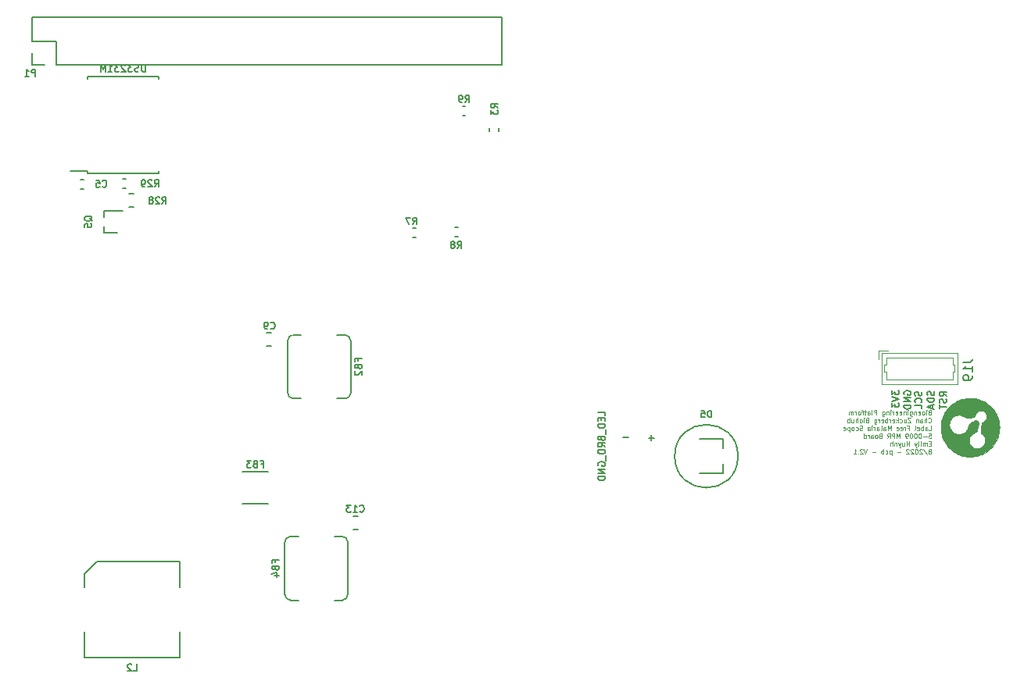
<source format=gbo>
G04 #@! TF.GenerationSoftware,KiCad,Pcbnew,(5.1.10-1-10_14)*
G04 #@! TF.CreationDate,2022-08-11T15:54:35-07:00*
G04 #@! TF.ProjectId,ulc-mm,756c632d-6d6d-42e6-9b69-6361645f7063,rev?*
G04 #@! TF.SameCoordinates,Original*
G04 #@! TF.FileFunction,Legend,Bot*
G04 #@! TF.FilePolarity,Positive*
%FSLAX46Y46*%
G04 Gerber Fmt 4.6, Leading zero omitted, Abs format (unit mm)*
G04 Created by KiCad (PCBNEW (5.1.10-1-10_14)) date 2022-08-11 15:54:35*
%MOMM*%
%LPD*%
G01*
G04 APERTURE LIST*
%ADD10C,0.100000*%
%ADD11C,0.130000*%
%ADD12C,0.150000*%
%ADD13C,0.010000*%
%ADD14C,0.120000*%
G04 APERTURE END LIST*
D10*
X304246485Y-137730085D02*
X304175057Y-137753895D01*
X304151247Y-137777704D01*
X304127438Y-137825323D01*
X304127438Y-137896752D01*
X304151247Y-137944371D01*
X304175057Y-137968180D01*
X304222676Y-137991990D01*
X304413152Y-137991990D01*
X304413152Y-137491990D01*
X304246485Y-137491990D01*
X304198866Y-137515800D01*
X304175057Y-137539609D01*
X304151247Y-137587228D01*
X304151247Y-137634847D01*
X304175057Y-137682466D01*
X304198866Y-137706276D01*
X304246485Y-137730085D01*
X304413152Y-137730085D01*
X303913152Y-137991990D02*
X303913152Y-137658657D01*
X303913152Y-137491990D02*
X303936961Y-137515800D01*
X303913152Y-137539609D01*
X303889342Y-137515800D01*
X303913152Y-137491990D01*
X303913152Y-137539609D01*
X303603628Y-137991990D02*
X303651247Y-137968180D01*
X303675057Y-137944371D01*
X303698866Y-137896752D01*
X303698866Y-137753895D01*
X303675057Y-137706276D01*
X303651247Y-137682466D01*
X303603628Y-137658657D01*
X303532200Y-137658657D01*
X303484580Y-137682466D01*
X303460771Y-137706276D01*
X303436961Y-137753895D01*
X303436961Y-137896752D01*
X303460771Y-137944371D01*
X303484580Y-137968180D01*
X303532200Y-137991990D01*
X303603628Y-137991990D01*
X303032200Y-137968180D02*
X303079819Y-137991990D01*
X303175057Y-137991990D01*
X303222676Y-137968180D01*
X303246485Y-137920561D01*
X303246485Y-137730085D01*
X303222676Y-137682466D01*
X303175057Y-137658657D01*
X303079819Y-137658657D01*
X303032200Y-137682466D01*
X303008390Y-137730085D01*
X303008390Y-137777704D01*
X303246485Y-137825323D01*
X302794104Y-137658657D02*
X302794104Y-137991990D01*
X302794104Y-137706276D02*
X302770295Y-137682466D01*
X302722676Y-137658657D01*
X302651247Y-137658657D01*
X302603628Y-137682466D01*
X302579819Y-137730085D01*
X302579819Y-137991990D01*
X302127438Y-137658657D02*
X302127438Y-138063419D01*
X302151247Y-138111038D01*
X302175057Y-138134847D01*
X302222676Y-138158657D01*
X302294104Y-138158657D01*
X302341723Y-138134847D01*
X302127438Y-137968180D02*
X302175057Y-137991990D01*
X302270295Y-137991990D01*
X302317914Y-137968180D01*
X302341723Y-137944371D01*
X302365533Y-137896752D01*
X302365533Y-137753895D01*
X302341723Y-137706276D01*
X302317914Y-137682466D01*
X302270295Y-137658657D01*
X302175057Y-137658657D01*
X302127438Y-137682466D01*
X301889342Y-137991990D02*
X301889342Y-137658657D01*
X301889342Y-137491990D02*
X301913152Y-137515800D01*
X301889342Y-137539609D01*
X301865533Y-137515800D01*
X301889342Y-137491990D01*
X301889342Y-137539609D01*
X301651247Y-137658657D02*
X301651247Y-137991990D01*
X301651247Y-137706276D02*
X301627438Y-137682466D01*
X301579819Y-137658657D01*
X301508390Y-137658657D01*
X301460771Y-137682466D01*
X301436961Y-137730085D01*
X301436961Y-137991990D01*
X301008390Y-137968180D02*
X301056009Y-137991990D01*
X301151247Y-137991990D01*
X301198866Y-137968180D01*
X301222676Y-137920561D01*
X301222676Y-137730085D01*
X301198866Y-137682466D01*
X301151247Y-137658657D01*
X301056009Y-137658657D01*
X301008390Y-137682466D01*
X300984580Y-137730085D01*
X300984580Y-137777704D01*
X301222676Y-137825323D01*
X300579819Y-137968180D02*
X300627438Y-137991990D01*
X300722676Y-137991990D01*
X300770295Y-137968180D01*
X300794104Y-137920561D01*
X300794104Y-137730085D01*
X300770295Y-137682466D01*
X300722676Y-137658657D01*
X300627438Y-137658657D01*
X300579819Y-137682466D01*
X300556009Y-137730085D01*
X300556009Y-137777704D01*
X300794104Y-137825323D01*
X300341723Y-137991990D02*
X300341723Y-137658657D01*
X300341723Y-137753895D02*
X300317914Y-137706276D01*
X300294104Y-137682466D01*
X300246485Y-137658657D01*
X300198866Y-137658657D01*
X300032200Y-137991990D02*
X300032200Y-137658657D01*
X300032200Y-137491990D02*
X300056009Y-137515800D01*
X300032200Y-137539609D01*
X300008390Y-137515800D01*
X300032200Y-137491990D01*
X300032200Y-137539609D01*
X299794104Y-137658657D02*
X299794104Y-137991990D01*
X299794104Y-137706276D02*
X299770295Y-137682466D01*
X299722676Y-137658657D01*
X299651247Y-137658657D01*
X299603628Y-137682466D01*
X299579819Y-137730085D01*
X299579819Y-137991990D01*
X299127438Y-137658657D02*
X299127438Y-138063419D01*
X299151247Y-138111038D01*
X299175057Y-138134847D01*
X299222676Y-138158657D01*
X299294104Y-138158657D01*
X299341723Y-138134847D01*
X299127438Y-137968180D02*
X299175057Y-137991990D01*
X299270295Y-137991990D01*
X299317914Y-137968180D01*
X299341723Y-137944371D01*
X299365533Y-137896752D01*
X299365533Y-137753895D01*
X299341723Y-137706276D01*
X299317914Y-137682466D01*
X299270295Y-137658657D01*
X299175057Y-137658657D01*
X299127438Y-137682466D01*
X298508390Y-137991990D02*
X298508390Y-137491990D01*
X298317914Y-137491990D01*
X298270295Y-137515800D01*
X298246485Y-137539609D01*
X298222676Y-137587228D01*
X298222676Y-137658657D01*
X298246485Y-137706276D01*
X298270295Y-137730085D01*
X298317914Y-137753895D01*
X298508390Y-137753895D01*
X297936961Y-137991990D02*
X297984580Y-137968180D01*
X298008390Y-137920561D01*
X298008390Y-137491990D01*
X297532200Y-137991990D02*
X297532200Y-137730085D01*
X297556009Y-137682466D01*
X297603628Y-137658657D01*
X297698866Y-137658657D01*
X297746485Y-137682466D01*
X297532200Y-137968180D02*
X297579819Y-137991990D01*
X297698866Y-137991990D01*
X297746485Y-137968180D01*
X297770295Y-137920561D01*
X297770295Y-137872942D01*
X297746485Y-137825323D01*
X297698866Y-137801514D01*
X297579819Y-137801514D01*
X297532200Y-137777704D01*
X297365533Y-137658657D02*
X297175057Y-137658657D01*
X297294104Y-137491990D02*
X297294104Y-137920561D01*
X297270295Y-137968180D01*
X297222676Y-137991990D01*
X297175057Y-137991990D01*
X297079819Y-137658657D02*
X296889342Y-137658657D01*
X297008390Y-137991990D02*
X297008390Y-137563419D01*
X296984580Y-137515800D01*
X296936961Y-137491990D01*
X296889342Y-137491990D01*
X296651247Y-137991990D02*
X296698866Y-137968180D01*
X296722676Y-137944371D01*
X296746485Y-137896752D01*
X296746485Y-137753895D01*
X296722676Y-137706276D01*
X296698866Y-137682466D01*
X296651247Y-137658657D01*
X296579819Y-137658657D01*
X296532200Y-137682466D01*
X296508390Y-137706276D01*
X296484580Y-137753895D01*
X296484580Y-137896752D01*
X296508390Y-137944371D01*
X296532200Y-137968180D01*
X296579819Y-137991990D01*
X296651247Y-137991990D01*
X296270295Y-137991990D02*
X296270295Y-137658657D01*
X296270295Y-137753895D02*
X296246485Y-137706276D01*
X296222676Y-137682466D01*
X296175057Y-137658657D01*
X296127438Y-137658657D01*
X295960771Y-137991990D02*
X295960771Y-137658657D01*
X295960771Y-137706276D02*
X295936961Y-137682466D01*
X295889342Y-137658657D01*
X295817914Y-137658657D01*
X295770295Y-137682466D01*
X295746485Y-137730085D01*
X295746485Y-137991990D01*
X295746485Y-137730085D02*
X295722676Y-137682466D01*
X295675057Y-137658657D01*
X295603628Y-137658657D01*
X295556009Y-137682466D01*
X295532200Y-137730085D01*
X295532200Y-137991990D01*
X304127438Y-138794371D02*
X304151247Y-138818180D01*
X304222676Y-138841990D01*
X304270295Y-138841990D01*
X304341723Y-138818180D01*
X304389342Y-138770561D01*
X304413152Y-138722942D01*
X304436961Y-138627704D01*
X304436961Y-138556276D01*
X304413152Y-138461038D01*
X304389342Y-138413419D01*
X304341723Y-138365800D01*
X304270295Y-138341990D01*
X304222676Y-138341990D01*
X304151247Y-138365800D01*
X304127438Y-138389609D01*
X303913152Y-138841990D02*
X303913152Y-138341990D01*
X303698866Y-138841990D02*
X303698866Y-138580085D01*
X303722676Y-138532466D01*
X303770295Y-138508657D01*
X303841723Y-138508657D01*
X303889342Y-138532466D01*
X303913152Y-138556276D01*
X303246485Y-138841990D02*
X303246485Y-138580085D01*
X303270295Y-138532466D01*
X303317914Y-138508657D01*
X303413152Y-138508657D01*
X303460771Y-138532466D01*
X303246485Y-138818180D02*
X303294104Y-138841990D01*
X303413152Y-138841990D01*
X303460771Y-138818180D01*
X303484580Y-138770561D01*
X303484580Y-138722942D01*
X303460771Y-138675323D01*
X303413152Y-138651514D01*
X303294104Y-138651514D01*
X303246485Y-138627704D01*
X303008390Y-138508657D02*
X303008390Y-138841990D01*
X303008390Y-138556276D02*
X302984580Y-138532466D01*
X302936961Y-138508657D01*
X302865533Y-138508657D01*
X302817914Y-138532466D01*
X302794104Y-138580085D01*
X302794104Y-138841990D01*
X302222676Y-138341990D02*
X301889342Y-138341990D01*
X302222676Y-138841990D01*
X301889342Y-138841990D01*
X301484580Y-138508657D02*
X301484580Y-138841990D01*
X301698866Y-138508657D02*
X301698866Y-138770561D01*
X301675057Y-138818180D01*
X301627438Y-138841990D01*
X301556009Y-138841990D01*
X301508390Y-138818180D01*
X301484580Y-138794371D01*
X301032200Y-138818180D02*
X301079819Y-138841990D01*
X301175057Y-138841990D01*
X301222676Y-138818180D01*
X301246485Y-138794371D01*
X301270295Y-138746752D01*
X301270295Y-138603895D01*
X301246485Y-138556276D01*
X301222676Y-138532466D01*
X301175057Y-138508657D01*
X301079819Y-138508657D01*
X301032200Y-138532466D01*
X300817914Y-138841990D02*
X300817914Y-138341990D01*
X300770295Y-138651514D02*
X300627438Y-138841990D01*
X300627438Y-138508657D02*
X300817914Y-138699133D01*
X300222676Y-138818180D02*
X300270295Y-138841990D01*
X300365533Y-138841990D01*
X300413152Y-138818180D01*
X300436961Y-138770561D01*
X300436961Y-138580085D01*
X300413152Y-138532466D01*
X300365533Y-138508657D01*
X300270295Y-138508657D01*
X300222676Y-138532466D01*
X300198866Y-138580085D01*
X300198866Y-138627704D01*
X300436961Y-138675323D01*
X299984580Y-138841990D02*
X299984580Y-138508657D01*
X299984580Y-138603895D02*
X299960771Y-138556276D01*
X299936961Y-138532466D01*
X299889342Y-138508657D01*
X299841723Y-138508657D01*
X299675057Y-138841990D02*
X299675057Y-138341990D01*
X299675057Y-138532466D02*
X299627438Y-138508657D01*
X299532200Y-138508657D01*
X299484580Y-138532466D01*
X299460771Y-138556276D01*
X299436961Y-138603895D01*
X299436961Y-138746752D01*
X299460771Y-138794371D01*
X299484580Y-138818180D01*
X299532200Y-138841990D01*
X299627438Y-138841990D01*
X299675057Y-138818180D01*
X299032200Y-138818180D02*
X299079819Y-138841990D01*
X299175057Y-138841990D01*
X299222676Y-138818180D01*
X299246485Y-138770561D01*
X299246485Y-138580085D01*
X299222676Y-138532466D01*
X299175057Y-138508657D01*
X299079819Y-138508657D01*
X299032200Y-138532466D01*
X299008390Y-138580085D01*
X299008390Y-138627704D01*
X299246485Y-138675323D01*
X298794104Y-138841990D02*
X298794104Y-138508657D01*
X298794104Y-138603895D02*
X298770295Y-138556276D01*
X298746485Y-138532466D01*
X298698866Y-138508657D01*
X298651247Y-138508657D01*
X298270295Y-138508657D02*
X298270295Y-138913419D01*
X298294104Y-138961038D01*
X298317914Y-138984847D01*
X298365533Y-139008657D01*
X298436961Y-139008657D01*
X298484580Y-138984847D01*
X298270295Y-138818180D02*
X298317914Y-138841990D01*
X298413152Y-138841990D01*
X298460771Y-138818180D01*
X298484580Y-138794371D01*
X298508390Y-138746752D01*
X298508390Y-138603895D01*
X298484580Y-138556276D01*
X298460771Y-138532466D01*
X298413152Y-138508657D01*
X298317914Y-138508657D01*
X298270295Y-138532466D01*
X297484580Y-138580085D02*
X297413152Y-138603895D01*
X297389342Y-138627704D01*
X297365533Y-138675323D01*
X297365533Y-138746752D01*
X297389342Y-138794371D01*
X297413152Y-138818180D01*
X297460771Y-138841990D01*
X297651247Y-138841990D01*
X297651247Y-138341990D01*
X297484580Y-138341990D01*
X297436961Y-138365800D01*
X297413152Y-138389609D01*
X297389342Y-138437228D01*
X297389342Y-138484847D01*
X297413152Y-138532466D01*
X297436961Y-138556276D01*
X297484580Y-138580085D01*
X297651247Y-138580085D01*
X297151247Y-138841990D02*
X297151247Y-138508657D01*
X297151247Y-138341990D02*
X297175057Y-138365800D01*
X297151247Y-138389609D01*
X297127438Y-138365800D01*
X297151247Y-138341990D01*
X297151247Y-138389609D01*
X296841723Y-138841990D02*
X296889342Y-138818180D01*
X296913152Y-138794371D01*
X296936961Y-138746752D01*
X296936961Y-138603895D01*
X296913152Y-138556276D01*
X296889342Y-138532466D01*
X296841723Y-138508657D01*
X296770295Y-138508657D01*
X296722676Y-138532466D01*
X296698866Y-138556276D01*
X296675057Y-138603895D01*
X296675057Y-138746752D01*
X296698866Y-138794371D01*
X296722676Y-138818180D01*
X296770295Y-138841990D01*
X296841723Y-138841990D01*
X296460771Y-138841990D02*
X296460771Y-138341990D01*
X296246485Y-138841990D02*
X296246485Y-138580085D01*
X296270295Y-138532466D01*
X296317914Y-138508657D01*
X296389342Y-138508657D01*
X296436961Y-138532466D01*
X296460771Y-138556276D01*
X295794104Y-138508657D02*
X295794104Y-138841990D01*
X296008390Y-138508657D02*
X296008390Y-138770561D01*
X295984580Y-138818180D01*
X295936961Y-138841990D01*
X295865533Y-138841990D01*
X295817914Y-138818180D01*
X295794104Y-138794371D01*
X295556009Y-138841990D02*
X295556009Y-138341990D01*
X295556009Y-138532466D02*
X295508390Y-138508657D01*
X295413152Y-138508657D01*
X295365533Y-138532466D01*
X295341723Y-138556276D01*
X295317914Y-138603895D01*
X295317914Y-138746752D01*
X295341723Y-138794371D01*
X295365533Y-138818180D01*
X295413152Y-138841990D01*
X295508390Y-138841990D01*
X295556009Y-138818180D01*
X304175057Y-139691990D02*
X304413152Y-139691990D01*
X304413152Y-139191990D01*
X303794104Y-139691990D02*
X303794104Y-139430085D01*
X303817914Y-139382466D01*
X303865533Y-139358657D01*
X303960771Y-139358657D01*
X304008390Y-139382466D01*
X303794104Y-139668180D02*
X303841723Y-139691990D01*
X303960771Y-139691990D01*
X304008390Y-139668180D01*
X304032200Y-139620561D01*
X304032200Y-139572942D01*
X304008390Y-139525323D01*
X303960771Y-139501514D01*
X303841723Y-139501514D01*
X303794104Y-139477704D01*
X303556009Y-139691990D02*
X303556009Y-139191990D01*
X303556009Y-139382466D02*
X303508390Y-139358657D01*
X303413152Y-139358657D01*
X303365533Y-139382466D01*
X303341723Y-139406276D01*
X303317914Y-139453895D01*
X303317914Y-139596752D01*
X303341723Y-139644371D01*
X303365533Y-139668180D01*
X303413152Y-139691990D01*
X303508390Y-139691990D01*
X303556009Y-139668180D01*
X302913152Y-139668180D02*
X302960771Y-139691990D01*
X303056009Y-139691990D01*
X303103628Y-139668180D01*
X303127438Y-139620561D01*
X303127438Y-139430085D01*
X303103628Y-139382466D01*
X303056009Y-139358657D01*
X302960771Y-139358657D01*
X302913152Y-139382466D01*
X302889342Y-139430085D01*
X302889342Y-139477704D01*
X303127438Y-139525323D01*
X302603628Y-139691990D02*
X302651247Y-139668180D01*
X302675057Y-139620561D01*
X302675057Y-139191990D01*
X301865533Y-139430085D02*
X302032200Y-139430085D01*
X302032200Y-139691990D02*
X302032200Y-139191990D01*
X301794104Y-139191990D01*
X301603628Y-139691990D02*
X301603628Y-139358657D01*
X301603628Y-139453895D02*
X301579819Y-139406276D01*
X301556009Y-139382466D01*
X301508390Y-139358657D01*
X301460771Y-139358657D01*
X301103628Y-139668180D02*
X301151247Y-139691990D01*
X301246485Y-139691990D01*
X301294104Y-139668180D01*
X301317914Y-139620561D01*
X301317914Y-139430085D01*
X301294104Y-139382466D01*
X301246485Y-139358657D01*
X301151247Y-139358657D01*
X301103628Y-139382466D01*
X301079819Y-139430085D01*
X301079819Y-139477704D01*
X301317914Y-139525323D01*
X300675057Y-139668180D02*
X300722676Y-139691990D01*
X300817914Y-139691990D01*
X300865533Y-139668180D01*
X300889342Y-139620561D01*
X300889342Y-139430085D01*
X300865533Y-139382466D01*
X300817914Y-139358657D01*
X300722676Y-139358657D01*
X300675057Y-139382466D01*
X300651247Y-139430085D01*
X300651247Y-139477704D01*
X300889342Y-139525323D01*
X300056009Y-139691990D02*
X300056009Y-139191990D01*
X299889342Y-139549133D01*
X299722676Y-139191990D01*
X299722676Y-139691990D01*
X299270295Y-139691990D02*
X299270295Y-139430085D01*
X299294104Y-139382466D01*
X299341723Y-139358657D01*
X299436961Y-139358657D01*
X299484580Y-139382466D01*
X299270295Y-139668180D02*
X299317914Y-139691990D01*
X299436961Y-139691990D01*
X299484580Y-139668180D01*
X299508390Y-139620561D01*
X299508390Y-139572942D01*
X299484580Y-139525323D01*
X299436961Y-139501514D01*
X299317914Y-139501514D01*
X299270295Y-139477704D01*
X298960771Y-139691990D02*
X299008390Y-139668180D01*
X299032200Y-139620561D01*
X299032200Y-139191990D01*
X298556009Y-139691990D02*
X298556009Y-139430085D01*
X298579819Y-139382466D01*
X298627438Y-139358657D01*
X298722676Y-139358657D01*
X298770295Y-139382466D01*
X298556009Y-139668180D02*
X298603628Y-139691990D01*
X298722676Y-139691990D01*
X298770295Y-139668180D01*
X298794104Y-139620561D01*
X298794104Y-139572942D01*
X298770295Y-139525323D01*
X298722676Y-139501514D01*
X298603628Y-139501514D01*
X298556009Y-139477704D01*
X298317914Y-139691990D02*
X298317914Y-139358657D01*
X298317914Y-139453895D02*
X298294104Y-139406276D01*
X298270295Y-139382466D01*
X298222676Y-139358657D01*
X298175057Y-139358657D01*
X298008390Y-139691990D02*
X298008390Y-139358657D01*
X298008390Y-139191990D02*
X298032200Y-139215800D01*
X298008390Y-139239609D01*
X297984580Y-139215800D01*
X298008390Y-139191990D01*
X298008390Y-139239609D01*
X297556009Y-139691990D02*
X297556009Y-139430085D01*
X297579819Y-139382466D01*
X297627438Y-139358657D01*
X297722676Y-139358657D01*
X297770295Y-139382466D01*
X297556009Y-139668180D02*
X297603628Y-139691990D01*
X297722676Y-139691990D01*
X297770295Y-139668180D01*
X297794104Y-139620561D01*
X297794104Y-139572942D01*
X297770295Y-139525323D01*
X297722676Y-139501514D01*
X297603628Y-139501514D01*
X297556009Y-139477704D01*
X296960771Y-139668180D02*
X296889342Y-139691990D01*
X296770295Y-139691990D01*
X296722676Y-139668180D01*
X296698866Y-139644371D01*
X296675057Y-139596752D01*
X296675057Y-139549133D01*
X296698866Y-139501514D01*
X296722676Y-139477704D01*
X296770295Y-139453895D01*
X296865533Y-139430085D01*
X296913152Y-139406276D01*
X296936961Y-139382466D01*
X296960771Y-139334847D01*
X296960771Y-139287228D01*
X296936961Y-139239609D01*
X296913152Y-139215800D01*
X296865533Y-139191990D01*
X296746485Y-139191990D01*
X296675057Y-139215800D01*
X296246485Y-139668180D02*
X296294104Y-139691990D01*
X296389342Y-139691990D01*
X296436961Y-139668180D01*
X296460771Y-139644371D01*
X296484580Y-139596752D01*
X296484580Y-139453895D01*
X296460771Y-139406276D01*
X296436961Y-139382466D01*
X296389342Y-139358657D01*
X296294104Y-139358657D01*
X296246485Y-139382466D01*
X295960771Y-139691990D02*
X296008390Y-139668180D01*
X296032200Y-139644371D01*
X296056009Y-139596752D01*
X296056009Y-139453895D01*
X296032200Y-139406276D01*
X296008390Y-139382466D01*
X295960771Y-139358657D01*
X295889342Y-139358657D01*
X295841723Y-139382466D01*
X295817914Y-139406276D01*
X295794104Y-139453895D01*
X295794104Y-139596752D01*
X295817914Y-139644371D01*
X295841723Y-139668180D01*
X295889342Y-139691990D01*
X295960771Y-139691990D01*
X295579819Y-139358657D02*
X295579819Y-139858657D01*
X295579819Y-139382466D02*
X295532200Y-139358657D01*
X295436961Y-139358657D01*
X295389342Y-139382466D01*
X295365533Y-139406276D01*
X295341723Y-139453895D01*
X295341723Y-139596752D01*
X295365533Y-139644371D01*
X295389342Y-139668180D01*
X295436961Y-139691990D01*
X295532200Y-139691990D01*
X295579819Y-139668180D01*
X294936961Y-139668180D02*
X294984580Y-139691990D01*
X295079819Y-139691990D01*
X295127438Y-139668180D01*
X295151247Y-139620561D01*
X295151247Y-139430085D01*
X295127438Y-139382466D01*
X295079819Y-139358657D01*
X294984580Y-139358657D01*
X294936961Y-139382466D01*
X294913152Y-139430085D01*
X294913152Y-139477704D01*
X295151247Y-139525323D01*
X304175057Y-140041990D02*
X304413152Y-140041990D01*
X304436961Y-140280085D01*
X304413152Y-140256276D01*
X304365533Y-140232466D01*
X304246485Y-140232466D01*
X304198866Y-140256276D01*
X304175057Y-140280085D01*
X304151247Y-140327704D01*
X304151247Y-140446752D01*
X304175057Y-140494371D01*
X304198866Y-140518180D01*
X304246485Y-140541990D01*
X304365533Y-140541990D01*
X304413152Y-140518180D01*
X304436961Y-140494371D01*
X303936961Y-140351514D02*
X303556009Y-140351514D01*
X303222676Y-140041990D02*
X303175057Y-140041990D01*
X303127438Y-140065800D01*
X303103628Y-140089609D01*
X303079819Y-140137228D01*
X303056009Y-140232466D01*
X303056009Y-140351514D01*
X303079819Y-140446752D01*
X303103628Y-140494371D01*
X303127438Y-140518180D01*
X303175057Y-140541990D01*
X303222676Y-140541990D01*
X303270295Y-140518180D01*
X303294104Y-140494371D01*
X303317914Y-140446752D01*
X303341723Y-140351514D01*
X303341723Y-140232466D01*
X303317914Y-140137228D01*
X303294104Y-140089609D01*
X303270295Y-140065800D01*
X303222676Y-140041990D01*
X302746485Y-140041990D02*
X302698866Y-140041990D01*
X302651247Y-140065800D01*
X302627438Y-140089609D01*
X302603628Y-140137228D01*
X302579819Y-140232466D01*
X302579819Y-140351514D01*
X302603628Y-140446752D01*
X302627438Y-140494371D01*
X302651247Y-140518180D01*
X302698866Y-140541990D01*
X302746485Y-140541990D01*
X302794104Y-140518180D01*
X302817914Y-140494371D01*
X302841723Y-140446752D01*
X302865533Y-140351514D01*
X302865533Y-140232466D01*
X302841723Y-140137228D01*
X302817914Y-140089609D01*
X302794104Y-140065800D01*
X302746485Y-140041990D01*
X302270295Y-140041990D02*
X302222676Y-140041990D01*
X302175057Y-140065800D01*
X302151247Y-140089609D01*
X302127438Y-140137228D01*
X302103628Y-140232466D01*
X302103628Y-140351514D01*
X302127438Y-140446752D01*
X302151247Y-140494371D01*
X302175057Y-140518180D01*
X302222676Y-140541990D01*
X302270295Y-140541990D01*
X302317914Y-140518180D01*
X302341723Y-140494371D01*
X302365533Y-140446752D01*
X302389342Y-140351514D01*
X302389342Y-140232466D01*
X302365533Y-140137228D01*
X302341723Y-140089609D01*
X302317914Y-140065800D01*
X302270295Y-140041990D01*
X301865533Y-140541990D02*
X301770295Y-140541990D01*
X301722676Y-140518180D01*
X301698866Y-140494371D01*
X301651247Y-140422942D01*
X301627438Y-140327704D01*
X301627438Y-140137228D01*
X301651247Y-140089609D01*
X301675057Y-140065800D01*
X301722676Y-140041990D01*
X301817914Y-140041990D01*
X301865533Y-140065800D01*
X301889342Y-140089609D01*
X301913152Y-140137228D01*
X301913152Y-140256276D01*
X301889342Y-140303895D01*
X301865533Y-140327704D01*
X301817914Y-140351514D01*
X301722676Y-140351514D01*
X301675057Y-140327704D01*
X301651247Y-140303895D01*
X301627438Y-140256276D01*
X301032200Y-140541990D02*
X301032200Y-140041990D01*
X300865533Y-140399133D01*
X300698866Y-140041990D01*
X300698866Y-140541990D01*
X300460771Y-140541990D02*
X300460771Y-140041990D01*
X300270295Y-140041990D01*
X300222676Y-140065800D01*
X300198866Y-140089609D01*
X300175057Y-140137228D01*
X300175057Y-140208657D01*
X300198866Y-140256276D01*
X300222676Y-140280085D01*
X300270295Y-140303895D01*
X300460771Y-140303895D01*
X299675057Y-140541990D02*
X299841723Y-140303895D01*
X299960771Y-140541990D02*
X299960771Y-140041990D01*
X299770295Y-140041990D01*
X299722676Y-140065800D01*
X299698866Y-140089609D01*
X299675057Y-140137228D01*
X299675057Y-140208657D01*
X299698866Y-140256276D01*
X299722676Y-140280085D01*
X299770295Y-140303895D01*
X299960771Y-140303895D01*
X298913152Y-140280085D02*
X298841723Y-140303895D01*
X298817914Y-140327704D01*
X298794104Y-140375323D01*
X298794104Y-140446752D01*
X298817914Y-140494371D01*
X298841723Y-140518180D01*
X298889342Y-140541990D01*
X299079819Y-140541990D01*
X299079819Y-140041990D01*
X298913152Y-140041990D01*
X298865533Y-140065800D01*
X298841723Y-140089609D01*
X298817914Y-140137228D01*
X298817914Y-140184847D01*
X298841723Y-140232466D01*
X298865533Y-140256276D01*
X298913152Y-140280085D01*
X299079819Y-140280085D01*
X298508390Y-140541990D02*
X298556009Y-140518180D01*
X298579819Y-140494371D01*
X298603628Y-140446752D01*
X298603628Y-140303895D01*
X298579819Y-140256276D01*
X298556009Y-140232466D01*
X298508390Y-140208657D01*
X298436961Y-140208657D01*
X298389342Y-140232466D01*
X298365533Y-140256276D01*
X298341723Y-140303895D01*
X298341723Y-140446752D01*
X298365533Y-140494371D01*
X298389342Y-140518180D01*
X298436961Y-140541990D01*
X298508390Y-140541990D01*
X297913152Y-140541990D02*
X297913152Y-140280085D01*
X297936961Y-140232466D01*
X297984580Y-140208657D01*
X298079819Y-140208657D01*
X298127438Y-140232466D01*
X297913152Y-140518180D02*
X297960771Y-140541990D01*
X298079819Y-140541990D01*
X298127438Y-140518180D01*
X298151247Y-140470561D01*
X298151247Y-140422942D01*
X298127438Y-140375323D01*
X298079819Y-140351514D01*
X297960771Y-140351514D01*
X297913152Y-140327704D01*
X297675057Y-140541990D02*
X297675057Y-140208657D01*
X297675057Y-140303895D02*
X297651247Y-140256276D01*
X297627438Y-140232466D01*
X297579819Y-140208657D01*
X297532200Y-140208657D01*
X297151247Y-140541990D02*
X297151247Y-140041990D01*
X297151247Y-140518180D02*
X297198866Y-140541990D01*
X297294104Y-140541990D01*
X297341723Y-140518180D01*
X297365533Y-140494371D01*
X297389342Y-140446752D01*
X297389342Y-140303895D01*
X297365533Y-140256276D01*
X297341723Y-140232466D01*
X297294104Y-140208657D01*
X297198866Y-140208657D01*
X297151247Y-140232466D01*
X304413152Y-141130085D02*
X304246485Y-141130085D01*
X304175057Y-141391990D02*
X304413152Y-141391990D01*
X304413152Y-140891990D01*
X304175057Y-140891990D01*
X303960771Y-141391990D02*
X303960771Y-141058657D01*
X303960771Y-141106276D02*
X303936961Y-141082466D01*
X303889342Y-141058657D01*
X303817914Y-141058657D01*
X303770295Y-141082466D01*
X303746485Y-141130085D01*
X303746485Y-141391990D01*
X303746485Y-141130085D02*
X303722676Y-141082466D01*
X303675057Y-141058657D01*
X303603628Y-141058657D01*
X303556009Y-141082466D01*
X303532200Y-141130085D01*
X303532200Y-141391990D01*
X303294104Y-141391990D02*
X303294104Y-141058657D01*
X303294104Y-140891990D02*
X303317914Y-140915800D01*
X303294104Y-140939609D01*
X303270295Y-140915800D01*
X303294104Y-140891990D01*
X303294104Y-140939609D01*
X302984580Y-141391990D02*
X303032200Y-141368180D01*
X303056009Y-141320561D01*
X303056009Y-140891990D01*
X302841723Y-141058657D02*
X302722676Y-141391990D01*
X302603628Y-141058657D02*
X302722676Y-141391990D01*
X302770295Y-141511038D01*
X302794104Y-141534847D01*
X302841723Y-141558657D01*
X302032200Y-141391990D02*
X302032200Y-140891990D01*
X302032200Y-141130085D02*
X301746485Y-141130085D01*
X301746485Y-141391990D02*
X301746485Y-140891990D01*
X301294104Y-141058657D02*
X301294104Y-141391990D01*
X301508390Y-141058657D02*
X301508390Y-141320561D01*
X301484580Y-141368180D01*
X301436961Y-141391990D01*
X301365533Y-141391990D01*
X301317914Y-141368180D01*
X301294104Y-141344371D01*
X301103628Y-141058657D02*
X300984580Y-141391990D01*
X300865533Y-141058657D02*
X300984580Y-141391990D01*
X301032200Y-141511038D01*
X301056009Y-141534847D01*
X301103628Y-141558657D01*
X300675057Y-141058657D02*
X300675057Y-141391990D01*
X300675057Y-141106276D02*
X300651247Y-141082466D01*
X300603628Y-141058657D01*
X300532200Y-141058657D01*
X300484580Y-141082466D01*
X300460771Y-141130085D01*
X300460771Y-141391990D01*
X300222676Y-141391990D02*
X300222676Y-140891990D01*
X300008390Y-141391990D02*
X300008390Y-141130085D01*
X300032200Y-141082466D01*
X300079819Y-141058657D01*
X300151247Y-141058657D01*
X300198866Y-141082466D01*
X300222676Y-141106276D01*
X304341723Y-141956276D02*
X304389342Y-141932466D01*
X304413152Y-141908657D01*
X304436961Y-141861038D01*
X304436961Y-141837228D01*
X304413152Y-141789609D01*
X304389342Y-141765800D01*
X304341723Y-141741990D01*
X304246485Y-141741990D01*
X304198866Y-141765800D01*
X304175057Y-141789609D01*
X304151247Y-141837228D01*
X304151247Y-141861038D01*
X304175057Y-141908657D01*
X304198866Y-141932466D01*
X304246485Y-141956276D01*
X304341723Y-141956276D01*
X304389342Y-141980085D01*
X304413152Y-142003895D01*
X304436961Y-142051514D01*
X304436961Y-142146752D01*
X304413152Y-142194371D01*
X304389342Y-142218180D01*
X304341723Y-142241990D01*
X304246485Y-142241990D01*
X304198866Y-142218180D01*
X304175057Y-142194371D01*
X304151247Y-142146752D01*
X304151247Y-142051514D01*
X304175057Y-142003895D01*
X304198866Y-141980085D01*
X304246485Y-141956276D01*
X303579819Y-141718180D02*
X304008390Y-142361038D01*
X303436961Y-141789609D02*
X303413152Y-141765800D01*
X303365533Y-141741990D01*
X303246485Y-141741990D01*
X303198866Y-141765800D01*
X303175057Y-141789609D01*
X303151247Y-141837228D01*
X303151247Y-141884847D01*
X303175057Y-141956276D01*
X303460771Y-142241990D01*
X303151247Y-142241990D01*
X302841723Y-141741990D02*
X302794104Y-141741990D01*
X302746485Y-141765800D01*
X302722676Y-141789609D01*
X302698866Y-141837228D01*
X302675057Y-141932466D01*
X302675057Y-142051514D01*
X302698866Y-142146752D01*
X302722676Y-142194371D01*
X302746485Y-142218180D01*
X302794104Y-142241990D01*
X302841723Y-142241990D01*
X302889342Y-142218180D01*
X302913152Y-142194371D01*
X302936961Y-142146752D01*
X302960771Y-142051514D01*
X302960771Y-141932466D01*
X302936961Y-141837228D01*
X302913152Y-141789609D01*
X302889342Y-141765800D01*
X302841723Y-141741990D01*
X302484580Y-141789609D02*
X302460771Y-141765800D01*
X302413152Y-141741990D01*
X302294104Y-141741990D01*
X302246485Y-141765800D01*
X302222676Y-141789609D01*
X302198866Y-141837228D01*
X302198866Y-141884847D01*
X302222676Y-141956276D01*
X302508390Y-142241990D01*
X302198866Y-142241990D01*
X302008390Y-141789609D02*
X301984580Y-141765800D01*
X301936961Y-141741990D01*
X301817914Y-141741990D01*
X301770295Y-141765800D01*
X301746485Y-141789609D01*
X301722676Y-141837228D01*
X301722676Y-141884847D01*
X301746485Y-141956276D01*
X302032200Y-142241990D01*
X301722676Y-142241990D01*
X301127438Y-142051514D02*
X300746485Y-142051514D01*
X300127438Y-141908657D02*
X300127438Y-142408657D01*
X300127438Y-141932466D02*
X300079819Y-141908657D01*
X299984580Y-141908657D01*
X299936961Y-141932466D01*
X299913152Y-141956276D01*
X299889342Y-142003895D01*
X299889342Y-142146752D01*
X299913152Y-142194371D01*
X299936961Y-142218180D01*
X299984580Y-142241990D01*
X300079819Y-142241990D01*
X300127438Y-142218180D01*
X299460771Y-142218180D02*
X299508390Y-142241990D01*
X299603628Y-142241990D01*
X299651247Y-142218180D01*
X299675057Y-142194371D01*
X299698866Y-142146752D01*
X299698866Y-142003895D01*
X299675057Y-141956276D01*
X299651247Y-141932466D01*
X299603628Y-141908657D01*
X299508390Y-141908657D01*
X299460771Y-141932466D01*
X299246485Y-142241990D02*
X299246485Y-141741990D01*
X299246485Y-141932466D02*
X299198866Y-141908657D01*
X299103628Y-141908657D01*
X299056009Y-141932466D01*
X299032200Y-141956276D01*
X299008390Y-142003895D01*
X299008390Y-142146752D01*
X299032200Y-142194371D01*
X299056009Y-142218180D01*
X299103628Y-142241990D01*
X299198866Y-142241990D01*
X299246485Y-142218180D01*
X298413152Y-142051514D02*
X298032200Y-142051514D01*
X297484580Y-141741990D02*
X297317914Y-142241990D01*
X297151247Y-141741990D01*
X297008390Y-141789609D02*
X296984580Y-141765800D01*
X296936961Y-141741990D01*
X296817914Y-141741990D01*
X296770295Y-141765800D01*
X296746485Y-141789609D01*
X296722676Y-141837228D01*
X296722676Y-141884847D01*
X296746485Y-141956276D01*
X297032200Y-142241990D01*
X296722676Y-142241990D01*
X296508390Y-142194371D02*
X296484580Y-142218180D01*
X296508390Y-142241990D01*
X296532200Y-142218180D01*
X296508390Y-142194371D01*
X296508390Y-142241990D01*
X296008390Y-142241990D02*
X296294104Y-142241990D01*
X296151247Y-142241990D02*
X296151247Y-141741990D01*
X296198866Y-141813419D01*
X296246485Y-141861038D01*
X296294104Y-141884847D01*
D11*
X300179485Y-135351428D02*
X300179485Y-135815714D01*
X300465200Y-135565714D01*
X300465200Y-135672857D01*
X300500914Y-135744285D01*
X300536628Y-135780000D01*
X300608057Y-135815714D01*
X300786628Y-135815714D01*
X300858057Y-135780000D01*
X300893771Y-135744285D01*
X300929485Y-135672857D01*
X300929485Y-135458571D01*
X300893771Y-135387142D01*
X300858057Y-135351428D01*
X300179485Y-136030000D02*
X300929485Y-136280000D01*
X300179485Y-136530000D01*
X300179485Y-136708571D02*
X300179485Y-137172857D01*
X300465200Y-136922857D01*
X300465200Y-137030000D01*
X300500914Y-137101428D01*
X300536628Y-137137142D01*
X300608057Y-137172857D01*
X300786628Y-137172857D01*
X300858057Y-137137142D01*
X300893771Y-137101428D01*
X300929485Y-137030000D01*
X300929485Y-136815714D01*
X300893771Y-136744285D01*
X300858057Y-136708571D01*
X301505200Y-135818571D02*
X301469485Y-135747142D01*
X301469485Y-135640000D01*
X301505200Y-135532857D01*
X301576628Y-135461428D01*
X301648057Y-135425714D01*
X301790914Y-135390000D01*
X301898057Y-135390000D01*
X302040914Y-135425714D01*
X302112342Y-135461428D01*
X302183771Y-135532857D01*
X302219485Y-135640000D01*
X302219485Y-135711428D01*
X302183771Y-135818571D01*
X302148057Y-135854285D01*
X301898057Y-135854285D01*
X301898057Y-135711428D01*
X302219485Y-136175714D02*
X301469485Y-136175714D01*
X302219485Y-136604285D01*
X301469485Y-136604285D01*
X302219485Y-136961428D02*
X301469485Y-136961428D01*
X301469485Y-137140000D01*
X301505200Y-137247142D01*
X301576628Y-137318571D01*
X301648057Y-137354285D01*
X301790914Y-137390000D01*
X301898057Y-137390000D01*
X302040914Y-137354285D01*
X302112342Y-137318571D01*
X302183771Y-137247142D01*
X302219485Y-137140000D01*
X302219485Y-136961428D01*
X306079485Y-135999285D02*
X305722342Y-135749285D01*
X306079485Y-135570714D02*
X305329485Y-135570714D01*
X305329485Y-135856428D01*
X305365200Y-135927857D01*
X305400914Y-135963571D01*
X305472342Y-135999285D01*
X305579485Y-135999285D01*
X305650914Y-135963571D01*
X305686628Y-135927857D01*
X305722342Y-135856428D01*
X305722342Y-135570714D01*
X306043771Y-136285000D02*
X306079485Y-136392142D01*
X306079485Y-136570714D01*
X306043771Y-136642142D01*
X306008057Y-136677857D01*
X305936628Y-136713571D01*
X305865200Y-136713571D01*
X305793771Y-136677857D01*
X305758057Y-136642142D01*
X305722342Y-136570714D01*
X305686628Y-136427857D01*
X305650914Y-136356428D01*
X305615200Y-136320714D01*
X305543771Y-136285000D01*
X305472342Y-136285000D01*
X305400914Y-136320714D01*
X305365200Y-136356428D01*
X305329485Y-136427857D01*
X305329485Y-136606428D01*
X305365200Y-136713571D01*
X305329485Y-136927857D02*
X305329485Y-137356428D01*
X306079485Y-137142142D02*
X305329485Y-137142142D01*
X303363771Y-135507142D02*
X303399485Y-135614285D01*
X303399485Y-135792857D01*
X303363771Y-135864285D01*
X303328057Y-135900000D01*
X303256628Y-135935714D01*
X303185200Y-135935714D01*
X303113771Y-135900000D01*
X303078057Y-135864285D01*
X303042342Y-135792857D01*
X303006628Y-135650000D01*
X302970914Y-135578571D01*
X302935200Y-135542857D01*
X302863771Y-135507142D01*
X302792342Y-135507142D01*
X302720914Y-135542857D01*
X302685200Y-135578571D01*
X302649485Y-135650000D01*
X302649485Y-135828571D01*
X302685200Y-135935714D01*
X303328057Y-136685714D02*
X303363771Y-136650000D01*
X303399485Y-136542857D01*
X303399485Y-136471428D01*
X303363771Y-136364285D01*
X303292342Y-136292857D01*
X303220914Y-136257142D01*
X303078057Y-136221428D01*
X302970914Y-136221428D01*
X302828057Y-136257142D01*
X302756628Y-136292857D01*
X302685200Y-136364285D01*
X302649485Y-136471428D01*
X302649485Y-136542857D01*
X302685200Y-136650000D01*
X302720914Y-136685714D01*
X303399485Y-137364285D02*
X303399485Y-137007142D01*
X302649485Y-137007142D01*
X304733771Y-135479285D02*
X304769485Y-135586428D01*
X304769485Y-135765000D01*
X304733771Y-135836428D01*
X304698057Y-135872142D01*
X304626628Y-135907857D01*
X304555200Y-135907857D01*
X304483771Y-135872142D01*
X304448057Y-135836428D01*
X304412342Y-135765000D01*
X304376628Y-135622142D01*
X304340914Y-135550714D01*
X304305200Y-135515000D01*
X304233771Y-135479285D01*
X304162342Y-135479285D01*
X304090914Y-135515000D01*
X304055200Y-135550714D01*
X304019485Y-135622142D01*
X304019485Y-135800714D01*
X304055200Y-135907857D01*
X304769485Y-136229285D02*
X304019485Y-136229285D01*
X304019485Y-136407857D01*
X304055200Y-136515000D01*
X304126628Y-136586428D01*
X304198057Y-136622142D01*
X304340914Y-136657857D01*
X304448057Y-136657857D01*
X304590914Y-136622142D01*
X304662342Y-136586428D01*
X304733771Y-136515000D01*
X304769485Y-136407857D01*
X304769485Y-136229285D01*
X304555200Y-136943571D02*
X304555200Y-137300714D01*
X304769485Y-136872142D02*
X304019485Y-137122142D01*
X304769485Y-137372142D01*
X274103571Y-140217474D02*
X274103571Y-140788903D01*
X274389285Y-140503189D02*
X273817857Y-140503189D01*
X271635714Y-140456760D02*
X271064285Y-140456760D01*
D12*
X283495250Y-142500000D02*
G75*
G03*
X283495250Y-142500000I-3424999J0D01*
G01*
D13*
G36*
X311804961Y-139184307D02*
G01*
X311790683Y-139010378D01*
X311773144Y-138880323D01*
X311728246Y-138654008D01*
X311667704Y-138433409D01*
X311592033Y-138219184D01*
X311501749Y-138011994D01*
X311397368Y-137812496D01*
X311279406Y-137621350D01*
X311148379Y-137439213D01*
X311004803Y-137266745D01*
X310849193Y-137104605D01*
X310682065Y-136953451D01*
X310503936Y-136813942D01*
X310315321Y-136686736D01*
X310116737Y-136572493D01*
X309908698Y-136471871D01*
X309875911Y-136457652D01*
X309662649Y-136375685D01*
X309444770Y-136309996D01*
X309222236Y-136260576D01*
X308995012Y-136227419D01*
X308763064Y-136210518D01*
X308635800Y-136208148D01*
X308402194Y-136216405D01*
X308172277Y-136241028D01*
X307946631Y-136281799D01*
X307725838Y-136338499D01*
X307510479Y-136410907D01*
X307301135Y-136498805D01*
X307098387Y-136601974D01*
X306902816Y-136720193D01*
X306715005Y-136853244D01*
X306536067Y-137000436D01*
X306365918Y-137161907D01*
X306209545Y-137333076D01*
X306067187Y-137513470D01*
X305939082Y-137702616D01*
X305825467Y-137900040D01*
X305726580Y-138105271D01*
X305642660Y-138317836D01*
X305573943Y-138537261D01*
X305520668Y-138763074D01*
X305483073Y-138994802D01*
X305469544Y-139120334D01*
X305465838Y-139176820D01*
X305463399Y-139245974D01*
X305462197Y-139323582D01*
X305462205Y-139405427D01*
X305463392Y-139487294D01*
X305465731Y-139564968D01*
X305469192Y-139634234D01*
X305473413Y-139687600D01*
X305504860Y-139918227D01*
X305552103Y-140143607D01*
X305614675Y-140363105D01*
X305692106Y-140576081D01*
X305783930Y-140781896D01*
X305889676Y-140979913D01*
X306008878Y-141169493D01*
X306141066Y-141349998D01*
X306285773Y-141520789D01*
X306442530Y-141681228D01*
X306610869Y-141830677D01*
X306790321Y-141968497D01*
X306980419Y-142094050D01*
X307180693Y-142206698D01*
X307390677Y-142305802D01*
X307395690Y-142307949D01*
X307608952Y-142389916D01*
X307826831Y-142455605D01*
X308049365Y-142505025D01*
X308276589Y-142538182D01*
X308508537Y-142555083D01*
X308635800Y-142557453D01*
X308870316Y-142549329D01*
X309100087Y-142524954D01*
X309325150Y-142484319D01*
X309393567Y-142466655D01*
X309393567Y-141662898D01*
X309339893Y-141662504D01*
X309298337Y-141660987D01*
X309264095Y-141657844D01*
X309232364Y-141652573D01*
X309198339Y-141644673D01*
X309184391Y-141641032D01*
X309068088Y-141601731D01*
X308960419Y-141548540D01*
X308862341Y-141482497D01*
X308774812Y-141404638D01*
X308698789Y-141315999D01*
X308635232Y-141217617D01*
X308585097Y-141110529D01*
X308549344Y-140995771D01*
X308538161Y-140941675D01*
X308526442Y-140827210D01*
X308530629Y-140712590D01*
X308549960Y-140599633D01*
X308583672Y-140490152D01*
X308631002Y-140385966D01*
X308691189Y-140288890D01*
X308763468Y-140200740D01*
X308847077Y-140123333D01*
X308897462Y-140086100D01*
X308934745Y-140062745D01*
X308979560Y-140037595D01*
X309026762Y-140013278D01*
X309071208Y-139992418D01*
X309107755Y-139977641D01*
X309114167Y-139975486D01*
X309182883Y-139946365D01*
X309246300Y-139905632D01*
X309301555Y-139855884D01*
X309345787Y-139799722D01*
X309376135Y-139739744D01*
X309377314Y-139736473D01*
X309381848Y-139720797D01*
X309389691Y-139690488D01*
X309400390Y-139647423D01*
X309413491Y-139593478D01*
X309428542Y-139530530D01*
X309445089Y-139460455D01*
X309462679Y-139385131D01*
X309474953Y-139332096D01*
X309495584Y-139242284D01*
X309512598Y-139167302D01*
X309526306Y-139105512D01*
X309537023Y-139055273D01*
X309545061Y-139014947D01*
X309550735Y-138982892D01*
X309554357Y-138957471D01*
X309556240Y-138937042D01*
X309556699Y-138919967D01*
X309556203Y-138906878D01*
X309544707Y-138841830D01*
X309518624Y-138783876D01*
X309477068Y-138731262D01*
X309458667Y-138713751D01*
X309406975Y-138672576D01*
X309358381Y-138645177D01*
X309309035Y-138629886D01*
X309255089Y-138625036D01*
X309253867Y-138625034D01*
X309190367Y-138625034D01*
X308974467Y-138729925D01*
X308899042Y-138766777D01*
X308837024Y-138797666D01*
X308786456Y-138823744D01*
X308745379Y-138846165D01*
X308711837Y-138866083D01*
X308683872Y-138884650D01*
X308659526Y-138903020D01*
X308636840Y-138922347D01*
X308617702Y-138940101D01*
X308556046Y-139008976D01*
X308506586Y-139086896D01*
X308468434Y-139175533D01*
X308441988Y-139270568D01*
X308405122Y-139403013D01*
X308354514Y-139526769D01*
X308290766Y-139641033D01*
X308214476Y-139744999D01*
X308126246Y-139837861D01*
X308026675Y-139918815D01*
X307916363Y-139987055D01*
X307902711Y-139994208D01*
X307778838Y-140049159D01*
X307653506Y-140087935D01*
X307527842Y-140110892D01*
X307402973Y-140118381D01*
X307280026Y-140110757D01*
X307160127Y-140088374D01*
X307044403Y-140051586D01*
X306933982Y-140000745D01*
X306829990Y-139936206D01*
X306733554Y-139858322D01*
X306645800Y-139767448D01*
X306567856Y-139663937D01*
X306504479Y-139555311D01*
X306456373Y-139450573D01*
X306421251Y-139348714D01*
X306397377Y-139244249D01*
X306389497Y-139192301D01*
X306386057Y-139148438D01*
X306385107Y-139093894D01*
X306386501Y-139034714D01*
X306390092Y-138976945D01*
X306395738Y-138926633D01*
X306395898Y-138925565D01*
X306423685Y-138795710D01*
X306466817Y-138673017D01*
X306525292Y-138557489D01*
X306599108Y-138449127D01*
X306688264Y-138347936D01*
X306691627Y-138344560D01*
X306790953Y-138256646D01*
X306897664Y-138183400D01*
X307010488Y-138124936D01*
X307128155Y-138081370D01*
X307249392Y-138052814D01*
X307372930Y-138039383D01*
X307497497Y-138041192D01*
X307621822Y-138058354D01*
X307744634Y-138090985D01*
X307864661Y-138139197D01*
X307980633Y-138203106D01*
X308014827Y-138225619D01*
X308116062Y-138286889D01*
X308216837Y-138331495D01*
X308317965Y-138359662D01*
X308420263Y-138371611D01*
X308524543Y-138367566D01*
X308531122Y-138366790D01*
X308559998Y-138361955D01*
X308601019Y-138353306D01*
X308651421Y-138341582D01*
X308708439Y-138327525D01*
X308769311Y-138311876D01*
X308831271Y-138295374D01*
X308891556Y-138278761D01*
X308947402Y-138262776D01*
X308996045Y-138248162D01*
X309034721Y-138235657D01*
X309060665Y-138226004D01*
X309066347Y-138223374D01*
X309106093Y-138197045D01*
X309137032Y-138162343D01*
X309160819Y-138116706D01*
X309179109Y-138057573D01*
X309182220Y-138044051D01*
X309191958Y-138009560D01*
X309207240Y-137966520D01*
X309225673Y-137921341D01*
X309238624Y-137893005D01*
X309258843Y-137852658D01*
X309277217Y-137821004D01*
X309297329Y-137793092D01*
X309322760Y-137763972D01*
X309357092Y-137728695D01*
X309358603Y-137727183D01*
X309395595Y-137691291D01*
X309426389Y-137664603D01*
X309455858Y-137643512D01*
X309488879Y-137624410D01*
X309516334Y-137610479D01*
X309582496Y-137580678D01*
X309642318Y-137560189D01*
X309702244Y-137547222D01*
X309768718Y-137539985D01*
X309770334Y-137539874D01*
X309855205Y-137541001D01*
X309943264Y-137554616D01*
X310026089Y-137579100D01*
X310101789Y-137615642D01*
X310175443Y-137666409D01*
X310244384Y-137728702D01*
X310305943Y-137799824D01*
X310357454Y-137877077D01*
X310393415Y-137950598D01*
X310415722Y-138011390D01*
X310429783Y-138065543D01*
X310436777Y-138119932D01*
X310437881Y-138181435D01*
X310437101Y-138205715D01*
X310427859Y-138299599D01*
X310407534Y-138383687D01*
X310374800Y-138460928D01*
X310328336Y-138534270D01*
X310266817Y-138606662D01*
X310248853Y-138625034D01*
X310207150Y-138664873D01*
X310170750Y-138695085D01*
X310134660Y-138719490D01*
X310100534Y-138738501D01*
X310032857Y-138777378D01*
X309979611Y-138817244D01*
X309938358Y-138860560D01*
X309906660Y-138909785D01*
X309886947Y-138954003D01*
X309882640Y-138971578D01*
X309877086Y-139003895D01*
X309870516Y-139048825D01*
X309863160Y-139104243D01*
X309855245Y-139168019D01*
X309847003Y-139238028D01*
X309838662Y-139312141D01*
X309830453Y-139388231D01*
X309822604Y-139464171D01*
X309815345Y-139537833D01*
X309808907Y-139607090D01*
X309803517Y-139669815D01*
X309799407Y-139723880D01*
X309796805Y-139767158D01*
X309795941Y-139797450D01*
X309798509Y-139856649D01*
X309806750Y-139908719D01*
X309822085Y-139956513D01*
X309845939Y-140002882D01*
X309879734Y-140050677D01*
X309924894Y-140102752D01*
X309972957Y-140152192D01*
X310040071Y-140222061D01*
X310094737Y-140286837D01*
X310139121Y-140349974D01*
X310175395Y-140414922D01*
X310205727Y-140485136D01*
X310232286Y-140564068D01*
X310232785Y-140565729D01*
X310246800Y-140627126D01*
X310256244Y-140699228D01*
X310260884Y-140776370D01*
X310260483Y-140852887D01*
X310254809Y-140923114D01*
X310249055Y-140958501D01*
X310216731Y-141076985D01*
X310169335Y-141188079D01*
X310107260Y-141291024D01*
X310030894Y-141385065D01*
X310026579Y-141389656D01*
X309935896Y-141473624D01*
X309836522Y-141543073D01*
X309728304Y-141598092D01*
X309611090Y-141638772D01*
X309602743Y-141641032D01*
X309566682Y-141650018D01*
X309534670Y-141656191D01*
X309501902Y-141660053D01*
X309463575Y-141662106D01*
X309414885Y-141662853D01*
X309393567Y-141662898D01*
X309393567Y-142466655D01*
X309545539Y-142427418D01*
X309761291Y-142354244D01*
X309875911Y-142307949D01*
X310085357Y-142209479D01*
X310285429Y-142097287D01*
X310475610Y-141972031D01*
X310655385Y-141834371D01*
X310824237Y-141684964D01*
X310981651Y-141524470D01*
X311127111Y-141353547D01*
X311260100Y-141172853D01*
X311380104Y-140983049D01*
X311486606Y-140784792D01*
X311579091Y-140578742D01*
X311657042Y-140365556D01*
X311719944Y-140145894D01*
X311767280Y-139920415D01*
X311773144Y-139885278D01*
X311794438Y-139719204D01*
X311806839Y-139543698D01*
X311810347Y-139363740D01*
X311804961Y-139184307D01*
G37*
X311804961Y-139184307D02*
X311790683Y-139010378D01*
X311773144Y-138880323D01*
X311728246Y-138654008D01*
X311667704Y-138433409D01*
X311592033Y-138219184D01*
X311501749Y-138011994D01*
X311397368Y-137812496D01*
X311279406Y-137621350D01*
X311148379Y-137439213D01*
X311004803Y-137266745D01*
X310849193Y-137104605D01*
X310682065Y-136953451D01*
X310503936Y-136813942D01*
X310315321Y-136686736D01*
X310116737Y-136572493D01*
X309908698Y-136471871D01*
X309875911Y-136457652D01*
X309662649Y-136375685D01*
X309444770Y-136309996D01*
X309222236Y-136260576D01*
X308995012Y-136227419D01*
X308763064Y-136210518D01*
X308635800Y-136208148D01*
X308402194Y-136216405D01*
X308172277Y-136241028D01*
X307946631Y-136281799D01*
X307725838Y-136338499D01*
X307510479Y-136410907D01*
X307301135Y-136498805D01*
X307098387Y-136601974D01*
X306902816Y-136720193D01*
X306715005Y-136853244D01*
X306536067Y-137000436D01*
X306365918Y-137161907D01*
X306209545Y-137333076D01*
X306067187Y-137513470D01*
X305939082Y-137702616D01*
X305825467Y-137900040D01*
X305726580Y-138105271D01*
X305642660Y-138317836D01*
X305573943Y-138537261D01*
X305520668Y-138763074D01*
X305483073Y-138994802D01*
X305469544Y-139120334D01*
X305465838Y-139176820D01*
X305463399Y-139245974D01*
X305462197Y-139323582D01*
X305462205Y-139405427D01*
X305463392Y-139487294D01*
X305465731Y-139564968D01*
X305469192Y-139634234D01*
X305473413Y-139687600D01*
X305504860Y-139918227D01*
X305552103Y-140143607D01*
X305614675Y-140363105D01*
X305692106Y-140576081D01*
X305783930Y-140781896D01*
X305889676Y-140979913D01*
X306008878Y-141169493D01*
X306141066Y-141349998D01*
X306285773Y-141520789D01*
X306442530Y-141681228D01*
X306610869Y-141830677D01*
X306790321Y-141968497D01*
X306980419Y-142094050D01*
X307180693Y-142206698D01*
X307390677Y-142305802D01*
X307395690Y-142307949D01*
X307608952Y-142389916D01*
X307826831Y-142455605D01*
X308049365Y-142505025D01*
X308276589Y-142538182D01*
X308508537Y-142555083D01*
X308635800Y-142557453D01*
X308870316Y-142549329D01*
X309100087Y-142524954D01*
X309325150Y-142484319D01*
X309393567Y-142466655D01*
X309393567Y-141662898D01*
X309339893Y-141662504D01*
X309298337Y-141660987D01*
X309264095Y-141657844D01*
X309232364Y-141652573D01*
X309198339Y-141644673D01*
X309184391Y-141641032D01*
X309068088Y-141601731D01*
X308960419Y-141548540D01*
X308862341Y-141482497D01*
X308774812Y-141404638D01*
X308698789Y-141315999D01*
X308635232Y-141217617D01*
X308585097Y-141110529D01*
X308549344Y-140995771D01*
X308538161Y-140941675D01*
X308526442Y-140827210D01*
X308530629Y-140712590D01*
X308549960Y-140599633D01*
X308583672Y-140490152D01*
X308631002Y-140385966D01*
X308691189Y-140288890D01*
X308763468Y-140200740D01*
X308847077Y-140123333D01*
X308897462Y-140086100D01*
X308934745Y-140062745D01*
X308979560Y-140037595D01*
X309026762Y-140013278D01*
X309071208Y-139992418D01*
X309107755Y-139977641D01*
X309114167Y-139975486D01*
X309182883Y-139946365D01*
X309246300Y-139905632D01*
X309301555Y-139855884D01*
X309345787Y-139799722D01*
X309376135Y-139739744D01*
X309377314Y-139736473D01*
X309381848Y-139720797D01*
X309389691Y-139690488D01*
X309400390Y-139647423D01*
X309413491Y-139593478D01*
X309428542Y-139530530D01*
X309445089Y-139460455D01*
X309462679Y-139385131D01*
X309474953Y-139332096D01*
X309495584Y-139242284D01*
X309512598Y-139167302D01*
X309526306Y-139105512D01*
X309537023Y-139055273D01*
X309545061Y-139014947D01*
X309550735Y-138982892D01*
X309554357Y-138957471D01*
X309556240Y-138937042D01*
X309556699Y-138919967D01*
X309556203Y-138906878D01*
X309544707Y-138841830D01*
X309518624Y-138783876D01*
X309477068Y-138731262D01*
X309458667Y-138713751D01*
X309406975Y-138672576D01*
X309358381Y-138645177D01*
X309309035Y-138629886D01*
X309255089Y-138625036D01*
X309253867Y-138625034D01*
X309190367Y-138625034D01*
X308974467Y-138729925D01*
X308899042Y-138766777D01*
X308837024Y-138797666D01*
X308786456Y-138823744D01*
X308745379Y-138846165D01*
X308711837Y-138866083D01*
X308683872Y-138884650D01*
X308659526Y-138903020D01*
X308636840Y-138922347D01*
X308617702Y-138940101D01*
X308556046Y-139008976D01*
X308506586Y-139086896D01*
X308468434Y-139175533D01*
X308441988Y-139270568D01*
X308405122Y-139403013D01*
X308354514Y-139526769D01*
X308290766Y-139641033D01*
X308214476Y-139744999D01*
X308126246Y-139837861D01*
X308026675Y-139918815D01*
X307916363Y-139987055D01*
X307902711Y-139994208D01*
X307778838Y-140049159D01*
X307653506Y-140087935D01*
X307527842Y-140110892D01*
X307402973Y-140118381D01*
X307280026Y-140110757D01*
X307160127Y-140088374D01*
X307044403Y-140051586D01*
X306933982Y-140000745D01*
X306829990Y-139936206D01*
X306733554Y-139858322D01*
X306645800Y-139767448D01*
X306567856Y-139663937D01*
X306504479Y-139555311D01*
X306456373Y-139450573D01*
X306421251Y-139348714D01*
X306397377Y-139244249D01*
X306389497Y-139192301D01*
X306386057Y-139148438D01*
X306385107Y-139093894D01*
X306386501Y-139034714D01*
X306390092Y-138976945D01*
X306395738Y-138926633D01*
X306395898Y-138925565D01*
X306423685Y-138795710D01*
X306466817Y-138673017D01*
X306525292Y-138557489D01*
X306599108Y-138449127D01*
X306688264Y-138347936D01*
X306691627Y-138344560D01*
X306790953Y-138256646D01*
X306897664Y-138183400D01*
X307010488Y-138124936D01*
X307128155Y-138081370D01*
X307249392Y-138052814D01*
X307372930Y-138039383D01*
X307497497Y-138041192D01*
X307621822Y-138058354D01*
X307744634Y-138090985D01*
X307864661Y-138139197D01*
X307980633Y-138203106D01*
X308014827Y-138225619D01*
X308116062Y-138286889D01*
X308216837Y-138331495D01*
X308317965Y-138359662D01*
X308420263Y-138371611D01*
X308524543Y-138367566D01*
X308531122Y-138366790D01*
X308559998Y-138361955D01*
X308601019Y-138353306D01*
X308651421Y-138341582D01*
X308708439Y-138327525D01*
X308769311Y-138311876D01*
X308831271Y-138295374D01*
X308891556Y-138278761D01*
X308947402Y-138262776D01*
X308996045Y-138248162D01*
X309034721Y-138235657D01*
X309060665Y-138226004D01*
X309066347Y-138223374D01*
X309106093Y-138197045D01*
X309137032Y-138162343D01*
X309160819Y-138116706D01*
X309179109Y-138057573D01*
X309182220Y-138044051D01*
X309191958Y-138009560D01*
X309207240Y-137966520D01*
X309225673Y-137921341D01*
X309238624Y-137893005D01*
X309258843Y-137852658D01*
X309277217Y-137821004D01*
X309297329Y-137793092D01*
X309322760Y-137763972D01*
X309357092Y-137728695D01*
X309358603Y-137727183D01*
X309395595Y-137691291D01*
X309426389Y-137664603D01*
X309455858Y-137643512D01*
X309488879Y-137624410D01*
X309516334Y-137610479D01*
X309582496Y-137580678D01*
X309642318Y-137560189D01*
X309702244Y-137547222D01*
X309768718Y-137539985D01*
X309770334Y-137539874D01*
X309855205Y-137541001D01*
X309943264Y-137554616D01*
X310026089Y-137579100D01*
X310101789Y-137615642D01*
X310175443Y-137666409D01*
X310244384Y-137728702D01*
X310305943Y-137799824D01*
X310357454Y-137877077D01*
X310393415Y-137950598D01*
X310415722Y-138011390D01*
X310429783Y-138065543D01*
X310436777Y-138119932D01*
X310437881Y-138181435D01*
X310437101Y-138205715D01*
X310427859Y-138299599D01*
X310407534Y-138383687D01*
X310374800Y-138460928D01*
X310328336Y-138534270D01*
X310266817Y-138606662D01*
X310248853Y-138625034D01*
X310207150Y-138664873D01*
X310170750Y-138695085D01*
X310134660Y-138719490D01*
X310100534Y-138738501D01*
X310032857Y-138777378D01*
X309979611Y-138817244D01*
X309938358Y-138860560D01*
X309906660Y-138909785D01*
X309886947Y-138954003D01*
X309882640Y-138971578D01*
X309877086Y-139003895D01*
X309870516Y-139048825D01*
X309863160Y-139104243D01*
X309855245Y-139168019D01*
X309847003Y-139238028D01*
X309838662Y-139312141D01*
X309830453Y-139388231D01*
X309822604Y-139464171D01*
X309815345Y-139537833D01*
X309808907Y-139607090D01*
X309803517Y-139669815D01*
X309799407Y-139723880D01*
X309796805Y-139767158D01*
X309795941Y-139797450D01*
X309798509Y-139856649D01*
X309806750Y-139908719D01*
X309822085Y-139956513D01*
X309845939Y-140002882D01*
X309879734Y-140050677D01*
X309924894Y-140102752D01*
X309972957Y-140152192D01*
X310040071Y-140222061D01*
X310094737Y-140286837D01*
X310139121Y-140349974D01*
X310175395Y-140414922D01*
X310205727Y-140485136D01*
X310232286Y-140564068D01*
X310232785Y-140565729D01*
X310246800Y-140627126D01*
X310256244Y-140699228D01*
X310260884Y-140776370D01*
X310260483Y-140852887D01*
X310254809Y-140923114D01*
X310249055Y-140958501D01*
X310216731Y-141076985D01*
X310169335Y-141188079D01*
X310107260Y-141291024D01*
X310030894Y-141385065D01*
X310026579Y-141389656D01*
X309935896Y-141473624D01*
X309836522Y-141543073D01*
X309728304Y-141598092D01*
X309611090Y-141638772D01*
X309602743Y-141641032D01*
X309566682Y-141650018D01*
X309534670Y-141656191D01*
X309501902Y-141660053D01*
X309463575Y-141662106D01*
X309414885Y-141662853D01*
X309393567Y-141662898D01*
X309393567Y-142466655D01*
X309545539Y-142427418D01*
X309761291Y-142354244D01*
X309875911Y-142307949D01*
X310085357Y-142209479D01*
X310285429Y-142097287D01*
X310475610Y-141972031D01*
X310655385Y-141834371D01*
X310824237Y-141684964D01*
X310981651Y-141524470D01*
X311127111Y-141353547D01*
X311260100Y-141172853D01*
X311380104Y-140983049D01*
X311486606Y-140784792D01*
X311579091Y-140578742D01*
X311657042Y-140365556D01*
X311719944Y-140145894D01*
X311767280Y-139920415D01*
X311773144Y-139885278D01*
X311794438Y-139719204D01*
X311806839Y-139543698D01*
X311810347Y-139363740D01*
X311804961Y-139184307D01*
D12*
X207040000Y-94900000D02*
X207040000Y-97500000D01*
X207040000Y-94900000D02*
X257960000Y-94900000D01*
X257960000Y-94900000D02*
X257960000Y-100100000D01*
X209640000Y-100100000D02*
X257960000Y-100100000D01*
X209640000Y-97500000D02*
X209640000Y-100100000D01*
X207040000Y-97500000D02*
X209640000Y-97500000D01*
X207040000Y-100100000D02*
X208370000Y-100100000D01*
X207040000Y-98770000D02*
X207040000Y-100100000D01*
X216865600Y-101306000D02*
X220725600Y-101306000D01*
X220725600Y-101306000D02*
X220725600Y-101561000D01*
X216865600Y-101306000D02*
X213005600Y-101306000D01*
X213005600Y-101306000D02*
X213005600Y-101561000D01*
X216865600Y-111826000D02*
X220725600Y-111826000D01*
X220725600Y-111826000D02*
X220725600Y-111571000D01*
X216865600Y-111826000D02*
X213005600Y-111826000D01*
X213005600Y-111826000D02*
X213005600Y-111571000D01*
X213005600Y-111571000D02*
X211190600Y-111571000D01*
X252821621Y-118734600D02*
X253147179Y-118734600D01*
X252821621Y-117714600D02*
X253147179Y-117714600D01*
X212257821Y-113502200D02*
X212583379Y-113502200D01*
X212257821Y-112482200D02*
X212583379Y-112482200D01*
X242308278Y-150468700D02*
X241791122Y-150468700D01*
X242308278Y-149048700D02*
X241791122Y-149048700D01*
X234728100Y-129954200D02*
X234728100Y-135654200D01*
X240088100Y-136264200D02*
X240938100Y-136264200D01*
X241548100Y-135654200D02*
X241548100Y-130004200D01*
X240888100Y-129344200D02*
X240088100Y-129344200D01*
X235338100Y-136264200D02*
X236188100Y-136264200D01*
X236188100Y-129344200D02*
X235338100Y-129344200D01*
X240938100Y-136264200D02*
G75*
G03*
X241548100Y-135654200I0J610000D01*
G01*
X241548100Y-130004200D02*
G75*
G03*
X240888100Y-129344200I-660000J0D01*
G01*
X234728100Y-135654200D02*
G75*
G03*
X235338100Y-136264200I610000J0D01*
G01*
X235338100Y-129344200D02*
G75*
G03*
X234728100Y-129954200I0J-610000D01*
G01*
X229817648Y-147620600D02*
X232590152Y-147620600D01*
X229817648Y-144200600D02*
X232590152Y-144200600D01*
X239770600Y-158120900D02*
X240620600Y-158120900D01*
X240620600Y-151200900D02*
X239770600Y-151200900D01*
X235070600Y-158120900D02*
X235870600Y-158120900D01*
X234410600Y-151810900D02*
X234410600Y-157460900D01*
X235870600Y-151200900D02*
X235020600Y-151200900D01*
X241230600Y-157510900D02*
X241230600Y-151810900D01*
X240620600Y-158120900D02*
G75*
G03*
X241230600Y-157510900I0J610000D01*
G01*
X241230600Y-151810900D02*
G75*
G03*
X240620600Y-151200900I-610000J0D01*
G01*
X234410600Y-157460900D02*
G75*
G03*
X235070600Y-158120900I660000J0D01*
G01*
X235020600Y-151200900D02*
G75*
G03*
X234410600Y-151810900I0J-610000D01*
G01*
X223071440Y-156705900D02*
X223071440Y-153905900D01*
X223071440Y-153905900D02*
X214071440Y-153905900D01*
X214071440Y-153905900D02*
X212671440Y-155305900D01*
X212671440Y-155305900D02*
X212671440Y-156705900D01*
X212671440Y-161505900D02*
X212671440Y-164305900D01*
X212671440Y-164305900D02*
X223071440Y-164305900D01*
X223071440Y-164305900D02*
X223071440Y-161505900D01*
X256601900Y-107274879D02*
X256601900Y-106949321D01*
X257621900Y-107274879D02*
X257621900Y-106949321D01*
X248575179Y-118798100D02*
X248249621Y-118798100D01*
X248575179Y-117778100D02*
X248249621Y-117778100D01*
X253647121Y-104570100D02*
X253972679Y-104570100D01*
X253647121Y-105590100D02*
X253972679Y-105590100D01*
X232948378Y-129109700D02*
X232431222Y-129109700D01*
X232948378Y-130529700D02*
X232431222Y-130529700D01*
X214840200Y-117594300D02*
X214840200Y-118254300D01*
X214840200Y-115934300D02*
X214840200Y-116594300D01*
X214840200Y-115934300D02*
X216870200Y-115934300D01*
X216250200Y-118254300D02*
X214840200Y-118254300D01*
X218078578Y-114080000D02*
X217561422Y-114080000D01*
X218078578Y-115500000D02*
X217561422Y-115500000D01*
X216880621Y-113476800D02*
X217206179Y-113476800D01*
X216880621Y-112456800D02*
X217206179Y-112456800D01*
X281920251Y-144350000D02*
X281920251Y-143350000D01*
X279320251Y-144350000D02*
X281920251Y-144350000D01*
X281920251Y-140650000D02*
X281920251Y-141650000D01*
X279320251Y-140650000D02*
X281920251Y-140650000D01*
D14*
X299037000Y-134731002D02*
X299037000Y-131311002D01*
X299037000Y-131311002D02*
X307257000Y-131311002D01*
X307257000Y-131311002D02*
X307257000Y-134731002D01*
X307257000Y-134731002D02*
X299037000Y-134731002D01*
X303147000Y-131821002D02*
X299547000Y-131821002D01*
X299547000Y-131821002D02*
X299547000Y-132571002D01*
X299547000Y-132571002D02*
X299347000Y-132571002D01*
X299347000Y-132571002D02*
X299347000Y-133371002D01*
X299347000Y-133371002D02*
X299547000Y-133371002D01*
X299547000Y-133371002D02*
X299547000Y-134221002D01*
X299547000Y-134221002D02*
X303147000Y-134221002D01*
X303147000Y-131821002D02*
X306747000Y-131821002D01*
X306747000Y-131821002D02*
X306747000Y-132571002D01*
X306747000Y-132571002D02*
X306947000Y-132571002D01*
X306947000Y-132571002D02*
X306947000Y-133371002D01*
X306947000Y-133371002D02*
X306747000Y-133371002D01*
X306747000Y-133371002D02*
X306747000Y-134221002D01*
X306747000Y-134221002D02*
X303147000Y-134221002D01*
X298747000Y-131021002D02*
X298747000Y-132021002D01*
X298747000Y-131021002D02*
X299747000Y-131021002D01*
D11*
X207411571Y-101317285D02*
X207411571Y-100567285D01*
X207125857Y-100567285D01*
X207054428Y-100603000D01*
X207018714Y-100638714D01*
X206983000Y-100710142D01*
X206983000Y-100817285D01*
X207018714Y-100888714D01*
X207054428Y-100924428D01*
X207125857Y-100960142D01*
X207411571Y-100960142D01*
X206268714Y-101317285D02*
X206697285Y-101317285D01*
X206483000Y-101317285D02*
X206483000Y-100567285D01*
X206554428Y-100674428D01*
X206625857Y-100745857D01*
X206697285Y-100781571D01*
D12*
X219276314Y-100805285D02*
X219276314Y-100055285D01*
X219097742Y-100055285D01*
X218990600Y-100091000D01*
X218919171Y-100162428D01*
X218883457Y-100233857D01*
X218847742Y-100376714D01*
X218847742Y-100483857D01*
X218883457Y-100626714D01*
X218919171Y-100698142D01*
X218990600Y-100769571D01*
X219097742Y-100805285D01*
X219276314Y-100805285D01*
X218562028Y-100769571D02*
X218454885Y-100805285D01*
X218276314Y-100805285D01*
X218204885Y-100769571D01*
X218169171Y-100733857D01*
X218133457Y-100662428D01*
X218133457Y-100591000D01*
X218169171Y-100519571D01*
X218204885Y-100483857D01*
X218276314Y-100448142D01*
X218419171Y-100412428D01*
X218490600Y-100376714D01*
X218526314Y-100341000D01*
X218562028Y-100269571D01*
X218562028Y-100198142D01*
X218526314Y-100126714D01*
X218490600Y-100091000D01*
X218419171Y-100055285D01*
X218240600Y-100055285D01*
X218133457Y-100091000D01*
X217883457Y-100055285D02*
X217419171Y-100055285D01*
X217669171Y-100341000D01*
X217562028Y-100341000D01*
X217490600Y-100376714D01*
X217454885Y-100412428D01*
X217419171Y-100483857D01*
X217419171Y-100662428D01*
X217454885Y-100733857D01*
X217490600Y-100769571D01*
X217562028Y-100805285D01*
X217776314Y-100805285D01*
X217847742Y-100769571D01*
X217883457Y-100733857D01*
X217133457Y-100126714D02*
X217097742Y-100091000D01*
X217026314Y-100055285D01*
X216847742Y-100055285D01*
X216776314Y-100091000D01*
X216740600Y-100126714D01*
X216704885Y-100198142D01*
X216704885Y-100269571D01*
X216740600Y-100376714D01*
X217169171Y-100805285D01*
X216704885Y-100805285D01*
X216454885Y-100055285D02*
X215990600Y-100055285D01*
X216240600Y-100341000D01*
X216133457Y-100341000D01*
X216062028Y-100376714D01*
X216026314Y-100412428D01*
X215990600Y-100483857D01*
X215990600Y-100662428D01*
X216026314Y-100733857D01*
X216062028Y-100769571D01*
X216133457Y-100805285D01*
X216347742Y-100805285D01*
X216419171Y-100769571D01*
X216454885Y-100733857D01*
X215276314Y-100805285D02*
X215704885Y-100805285D01*
X215490600Y-100805285D02*
X215490600Y-100055285D01*
X215562028Y-100162428D01*
X215633457Y-100233857D01*
X215704885Y-100269571D01*
X214954885Y-100805285D02*
X214954885Y-100055285D01*
X214704885Y-100591000D01*
X214454885Y-100055285D01*
X214454885Y-100805285D01*
D11*
X253109400Y-119960885D02*
X253359400Y-119603742D01*
X253537971Y-119960885D02*
X253537971Y-119210885D01*
X253252257Y-119210885D01*
X253180828Y-119246600D01*
X253145114Y-119282314D01*
X253109400Y-119353742D01*
X253109400Y-119460885D01*
X253145114Y-119532314D01*
X253180828Y-119568028D01*
X253252257Y-119603742D01*
X253537971Y-119603742D01*
X252680828Y-119532314D02*
X252752257Y-119496600D01*
X252787971Y-119460885D01*
X252823685Y-119389457D01*
X252823685Y-119353742D01*
X252787971Y-119282314D01*
X252752257Y-119246600D01*
X252680828Y-119210885D01*
X252537971Y-119210885D01*
X252466542Y-119246600D01*
X252430828Y-119282314D01*
X252395114Y-119353742D01*
X252395114Y-119389457D01*
X252430828Y-119460885D01*
X252466542Y-119496600D01*
X252537971Y-119532314D01*
X252680828Y-119532314D01*
X252752257Y-119568028D01*
X252787971Y-119603742D01*
X252823685Y-119675171D01*
X252823685Y-119818028D01*
X252787971Y-119889457D01*
X252752257Y-119925171D01*
X252680828Y-119960885D01*
X252537971Y-119960885D01*
X252466542Y-119925171D01*
X252430828Y-119889457D01*
X252395114Y-119818028D01*
X252395114Y-119675171D01*
X252430828Y-119603742D01*
X252466542Y-119568028D01*
X252537971Y-119532314D01*
X214655000Y-113267857D02*
X214690714Y-113303571D01*
X214797857Y-113339285D01*
X214869285Y-113339285D01*
X214976428Y-113303571D01*
X215047857Y-113232142D01*
X215083571Y-113160714D01*
X215119285Y-113017857D01*
X215119285Y-112910714D01*
X215083571Y-112767857D01*
X215047857Y-112696428D01*
X214976428Y-112625000D01*
X214869285Y-112589285D01*
X214797857Y-112589285D01*
X214690714Y-112625000D01*
X214655000Y-112660714D01*
X213976428Y-112589285D02*
X214333571Y-112589285D01*
X214369285Y-112946428D01*
X214333571Y-112910714D01*
X214262142Y-112875000D01*
X214083571Y-112875000D01*
X214012142Y-112910714D01*
X213976428Y-112946428D01*
X213940714Y-113017857D01*
X213940714Y-113196428D01*
X213976428Y-113267857D01*
X214012142Y-113303571D01*
X214083571Y-113339285D01*
X214262142Y-113339285D01*
X214333571Y-113303571D01*
X214369285Y-113267857D01*
X242531842Y-148489857D02*
X242567557Y-148525571D01*
X242674700Y-148561285D01*
X242746128Y-148561285D01*
X242853271Y-148525571D01*
X242924700Y-148454142D01*
X242960414Y-148382714D01*
X242996128Y-148239857D01*
X242996128Y-148132714D01*
X242960414Y-147989857D01*
X242924700Y-147918428D01*
X242853271Y-147847000D01*
X242746128Y-147811285D01*
X242674700Y-147811285D01*
X242567557Y-147847000D01*
X242531842Y-147882714D01*
X241817557Y-148561285D02*
X242246128Y-148561285D01*
X242031842Y-148561285D02*
X242031842Y-147811285D01*
X242103271Y-147918428D01*
X242174700Y-147989857D01*
X242246128Y-148025571D01*
X241567557Y-147811285D02*
X241103271Y-147811285D01*
X241353271Y-148097000D01*
X241246128Y-148097000D01*
X241174700Y-148132714D01*
X241138985Y-148168428D01*
X241103271Y-148239857D01*
X241103271Y-148418428D01*
X241138985Y-148489857D01*
X241174700Y-148525571D01*
X241246128Y-148561285D01*
X241460414Y-148561285D01*
X241531842Y-148525571D01*
X241567557Y-148489857D01*
X242364428Y-132179200D02*
X242364428Y-131929200D01*
X242757285Y-131929200D02*
X242007285Y-131929200D01*
X242007285Y-132286342D01*
X242364428Y-132822057D02*
X242400142Y-132929200D01*
X242435857Y-132964914D01*
X242507285Y-133000628D01*
X242614428Y-133000628D01*
X242685857Y-132964914D01*
X242721571Y-132929200D01*
X242757285Y-132857771D01*
X242757285Y-132572057D01*
X242007285Y-132572057D01*
X242007285Y-132822057D01*
X242043000Y-132893485D01*
X242078714Y-132929200D01*
X242150142Y-132964914D01*
X242221571Y-132964914D01*
X242293000Y-132929200D01*
X242328714Y-132893485D01*
X242364428Y-132822057D01*
X242364428Y-132572057D01*
X242078714Y-133286342D02*
X242043000Y-133322057D01*
X242007285Y-133393485D01*
X242007285Y-133572057D01*
X242043000Y-133643485D01*
X242078714Y-133679200D01*
X242150142Y-133714914D01*
X242221571Y-133714914D01*
X242328714Y-133679200D01*
X242757285Y-133250628D01*
X242757285Y-133714914D01*
X231828900Y-143342428D02*
X232078900Y-143342428D01*
X232078900Y-143735285D02*
X232078900Y-142985285D01*
X231721757Y-142985285D01*
X231186042Y-143342428D02*
X231078900Y-143378142D01*
X231043185Y-143413857D01*
X231007471Y-143485285D01*
X231007471Y-143592428D01*
X231043185Y-143663857D01*
X231078900Y-143699571D01*
X231150328Y-143735285D01*
X231436042Y-143735285D01*
X231436042Y-142985285D01*
X231186042Y-142985285D01*
X231114614Y-143021000D01*
X231078900Y-143056714D01*
X231043185Y-143128142D01*
X231043185Y-143199571D01*
X231078900Y-143271000D01*
X231114614Y-143306714D01*
X231186042Y-143342428D01*
X231436042Y-143342428D01*
X230757471Y-142985285D02*
X230293185Y-142985285D01*
X230543185Y-143271000D01*
X230436042Y-143271000D01*
X230364614Y-143306714D01*
X230328900Y-143342428D01*
X230293185Y-143413857D01*
X230293185Y-143592428D01*
X230328900Y-143663857D01*
X230364614Y-143699571D01*
X230436042Y-143735285D01*
X230650328Y-143735285D01*
X230721757Y-143699571D01*
X230757471Y-143663857D01*
X233360128Y-154010500D02*
X233360128Y-153760500D01*
X233752985Y-153760500D02*
X233002985Y-153760500D01*
X233002985Y-154117642D01*
X233360128Y-154653357D02*
X233395842Y-154760500D01*
X233431557Y-154796214D01*
X233502985Y-154831928D01*
X233610128Y-154831928D01*
X233681557Y-154796214D01*
X233717271Y-154760500D01*
X233752985Y-154689071D01*
X233752985Y-154403357D01*
X233002985Y-154403357D01*
X233002985Y-154653357D01*
X233038700Y-154724785D01*
X233074414Y-154760500D01*
X233145842Y-154796214D01*
X233217271Y-154796214D01*
X233288700Y-154760500D01*
X233324414Y-154724785D01*
X233360128Y-154653357D01*
X233360128Y-154403357D01*
X233252985Y-155474785D02*
X233752985Y-155474785D01*
X232967271Y-155296214D02*
X233502985Y-155117642D01*
X233502985Y-155581928D01*
X217996440Y-165795185D02*
X218353582Y-165795185D01*
X218353582Y-165045185D01*
X217782154Y-165116614D02*
X217746440Y-165080900D01*
X217675011Y-165045185D01*
X217496440Y-165045185D01*
X217425011Y-165080900D01*
X217389297Y-165116614D01*
X217353582Y-165188042D01*
X217353582Y-165259471D01*
X217389297Y-165366614D01*
X217817868Y-165795185D01*
X217353582Y-165795185D01*
X257476585Y-104726500D02*
X257119442Y-104476500D01*
X257476585Y-104297928D02*
X256726585Y-104297928D01*
X256726585Y-104583642D01*
X256762300Y-104655071D01*
X256798014Y-104690785D01*
X256869442Y-104726500D01*
X256976585Y-104726500D01*
X257048014Y-104690785D01*
X257083728Y-104655071D01*
X257119442Y-104583642D01*
X257119442Y-104297928D01*
X256726585Y-104976500D02*
X256726585Y-105440785D01*
X257012300Y-105190785D01*
X257012300Y-105297928D01*
X257048014Y-105369357D01*
X257083728Y-105405071D01*
X257155157Y-105440785D01*
X257333728Y-105440785D01*
X257405157Y-105405071D01*
X257440871Y-105369357D01*
X257476585Y-105297928D01*
X257476585Y-105083642D01*
X257440871Y-105012214D01*
X257405157Y-104976500D01*
X248289400Y-117383885D02*
X248539400Y-117026742D01*
X248717971Y-117383885D02*
X248717971Y-116633885D01*
X248432257Y-116633885D01*
X248360828Y-116669600D01*
X248325114Y-116705314D01*
X248289400Y-116776742D01*
X248289400Y-116883885D01*
X248325114Y-116955314D01*
X248360828Y-116991028D01*
X248432257Y-117026742D01*
X248717971Y-117026742D01*
X248039400Y-116633885D02*
X247539400Y-116633885D01*
X247860828Y-117383885D01*
X253960300Y-104123985D02*
X254210300Y-103766842D01*
X254388871Y-104123985D02*
X254388871Y-103373985D01*
X254103157Y-103373985D01*
X254031728Y-103409700D01*
X253996014Y-103445414D01*
X253960300Y-103516842D01*
X253960300Y-103623985D01*
X253996014Y-103695414D01*
X254031728Y-103731128D01*
X254103157Y-103766842D01*
X254388871Y-103766842D01*
X253603157Y-104123985D02*
X253460300Y-104123985D01*
X253388871Y-104088271D01*
X253353157Y-104052557D01*
X253281728Y-103945414D01*
X253246014Y-103802557D01*
X253246014Y-103516842D01*
X253281728Y-103445414D01*
X253317442Y-103409700D01*
X253388871Y-103373985D01*
X253531728Y-103373985D01*
X253603157Y-103409700D01*
X253638871Y-103445414D01*
X253674585Y-103516842D01*
X253674585Y-103695414D01*
X253638871Y-103766842D01*
X253603157Y-103802557D01*
X253531728Y-103838271D01*
X253388871Y-103838271D01*
X253317442Y-103802557D01*
X253281728Y-103766842D01*
X253246014Y-103695414D01*
X232878300Y-128652457D02*
X232914014Y-128688171D01*
X233021157Y-128723885D01*
X233092585Y-128723885D01*
X233199728Y-128688171D01*
X233271157Y-128616742D01*
X233306871Y-128545314D01*
X233342585Y-128402457D01*
X233342585Y-128295314D01*
X233306871Y-128152457D01*
X233271157Y-128081028D01*
X233199728Y-128009600D01*
X233092585Y-127973885D01*
X233021157Y-127973885D01*
X232914014Y-128009600D01*
X232878300Y-128045314D01*
X232521157Y-128723885D02*
X232378300Y-128723885D01*
X232306871Y-128688171D01*
X232271157Y-128652457D01*
X232199728Y-128545314D01*
X232164014Y-128402457D01*
X232164014Y-128116742D01*
X232199728Y-128045314D01*
X232235442Y-128009600D01*
X232306871Y-127973885D01*
X232449728Y-127973885D01*
X232521157Y-128009600D01*
X232556871Y-128045314D01*
X232592585Y-128116742D01*
X232592585Y-128295314D01*
X232556871Y-128366742D01*
X232521157Y-128402457D01*
X232449728Y-128438171D01*
X232306871Y-128438171D01*
X232235442Y-128402457D01*
X232199728Y-128366742D01*
X232164014Y-128295314D01*
X213542514Y-117022871D02*
X213506800Y-116951442D01*
X213435371Y-116880014D01*
X213328228Y-116772871D01*
X213292514Y-116701442D01*
X213292514Y-116630014D01*
X213471085Y-116665728D02*
X213435371Y-116594300D01*
X213363942Y-116522871D01*
X213221085Y-116487157D01*
X212971085Y-116487157D01*
X212828228Y-116522871D01*
X212756800Y-116594300D01*
X212721085Y-116665728D01*
X212721085Y-116808585D01*
X212756800Y-116880014D01*
X212828228Y-116951442D01*
X212971085Y-116987157D01*
X213221085Y-116987157D01*
X213363942Y-116951442D01*
X213435371Y-116880014D01*
X213471085Y-116808585D01*
X213471085Y-116665728D01*
X212721085Y-117665728D02*
X212721085Y-117308585D01*
X213078228Y-117272871D01*
X213042514Y-117308585D01*
X213006800Y-117380014D01*
X213006800Y-117558585D01*
X213042514Y-117630014D01*
X213078228Y-117665728D01*
X213149657Y-117701442D01*
X213328228Y-117701442D01*
X213399657Y-117665728D01*
X213435371Y-117630014D01*
X213471085Y-117558585D01*
X213471085Y-117380014D01*
X213435371Y-117308585D01*
X213399657Y-117272871D01*
X221121542Y-115141985D02*
X221371542Y-114784842D01*
X221550114Y-115141985D02*
X221550114Y-114391985D01*
X221264400Y-114391985D01*
X221192971Y-114427700D01*
X221157257Y-114463414D01*
X221121542Y-114534842D01*
X221121542Y-114641985D01*
X221157257Y-114713414D01*
X221192971Y-114749128D01*
X221264400Y-114784842D01*
X221550114Y-114784842D01*
X220835828Y-114463414D02*
X220800114Y-114427700D01*
X220728685Y-114391985D01*
X220550114Y-114391985D01*
X220478685Y-114427700D01*
X220442971Y-114463414D01*
X220407257Y-114534842D01*
X220407257Y-114606271D01*
X220442971Y-114713414D01*
X220871542Y-115141985D01*
X220407257Y-115141985D01*
X219978685Y-114713414D02*
X220050114Y-114677700D01*
X220085828Y-114641985D01*
X220121542Y-114570557D01*
X220121542Y-114534842D01*
X220085828Y-114463414D01*
X220050114Y-114427700D01*
X219978685Y-114391985D01*
X219835828Y-114391985D01*
X219764400Y-114427700D01*
X219728685Y-114463414D01*
X219692971Y-114534842D01*
X219692971Y-114570557D01*
X219728685Y-114641985D01*
X219764400Y-114677700D01*
X219835828Y-114713414D01*
X219978685Y-114713414D01*
X220050114Y-114749128D01*
X220085828Y-114784842D01*
X220121542Y-114856271D01*
X220121542Y-114999128D01*
X220085828Y-115070557D01*
X220050114Y-115106271D01*
X219978685Y-115141985D01*
X219835828Y-115141985D01*
X219764400Y-115106271D01*
X219728685Y-115070557D01*
X219692971Y-114999128D01*
X219692971Y-114856271D01*
X219728685Y-114784842D01*
X219764400Y-114749128D01*
X219835828Y-114713414D01*
X220294142Y-113306085D02*
X220544142Y-112948942D01*
X220722714Y-113306085D02*
X220722714Y-112556085D01*
X220437000Y-112556085D01*
X220365571Y-112591800D01*
X220329857Y-112627514D01*
X220294142Y-112698942D01*
X220294142Y-112806085D01*
X220329857Y-112877514D01*
X220365571Y-112913228D01*
X220437000Y-112948942D01*
X220722714Y-112948942D01*
X220008428Y-112627514D02*
X219972714Y-112591800D01*
X219901285Y-112556085D01*
X219722714Y-112556085D01*
X219651285Y-112591800D01*
X219615571Y-112627514D01*
X219579857Y-112698942D01*
X219579857Y-112770371D01*
X219615571Y-112877514D01*
X220044142Y-113306085D01*
X219579857Y-113306085D01*
X219222714Y-113306085D02*
X219079857Y-113306085D01*
X219008428Y-113270371D01*
X218972714Y-113234657D01*
X218901285Y-113127514D01*
X218865571Y-112984657D01*
X218865571Y-112698942D01*
X218901285Y-112627514D01*
X218937000Y-112591800D01*
X219008428Y-112556085D01*
X219151285Y-112556085D01*
X219222714Y-112591800D01*
X219258428Y-112627514D01*
X219294142Y-112698942D01*
X219294142Y-112877514D01*
X219258428Y-112948942D01*
X219222714Y-112984657D01*
X219151285Y-113020371D01*
X219008428Y-113020371D01*
X218937000Y-112984657D01*
X218901285Y-112948942D01*
X218865571Y-112877514D01*
X269089285Y-138081760D02*
X269089285Y-137724617D01*
X268339285Y-137724617D01*
X268696428Y-138331760D02*
X268696428Y-138581760D01*
X269089285Y-138688903D02*
X269089285Y-138331760D01*
X268339285Y-138331760D01*
X268339285Y-138688903D01*
X269089285Y-139010331D02*
X268339285Y-139010331D01*
X268339285Y-139188903D01*
X268375000Y-139296046D01*
X268446428Y-139367474D01*
X268517857Y-139403189D01*
X268660714Y-139438903D01*
X268767857Y-139438903D01*
X268910714Y-139403189D01*
X268982142Y-139367474D01*
X269053571Y-139296046D01*
X269089285Y-139188903D01*
X269089285Y-139010331D01*
X269160714Y-139581760D02*
X269160714Y-140153189D01*
X268696428Y-140581760D02*
X268732142Y-140688903D01*
X268767857Y-140724617D01*
X268839285Y-140760331D01*
X268946428Y-140760331D01*
X269017857Y-140724617D01*
X269053571Y-140688903D01*
X269089285Y-140617474D01*
X269089285Y-140331760D01*
X268339285Y-140331760D01*
X268339285Y-140581760D01*
X268375000Y-140653189D01*
X268410714Y-140688903D01*
X268482142Y-140724617D01*
X268553571Y-140724617D01*
X268625000Y-140688903D01*
X268660714Y-140653189D01*
X268696428Y-140581760D01*
X268696428Y-140331760D01*
X269089285Y-141510331D02*
X268732142Y-141260331D01*
X269089285Y-141081760D02*
X268339285Y-141081760D01*
X268339285Y-141367474D01*
X268375000Y-141438903D01*
X268410714Y-141474617D01*
X268482142Y-141510331D01*
X268589285Y-141510331D01*
X268660714Y-141474617D01*
X268696428Y-141438903D01*
X268732142Y-141367474D01*
X268732142Y-141081760D01*
X269089285Y-141831760D02*
X268339285Y-141831760D01*
X268339285Y-142010331D01*
X268375000Y-142117474D01*
X268446428Y-142188903D01*
X268517857Y-142224617D01*
X268660714Y-142260331D01*
X268767857Y-142260331D01*
X268910714Y-142224617D01*
X268982142Y-142188903D01*
X269053571Y-142117474D01*
X269089285Y-142010331D01*
X269089285Y-141831760D01*
X269160714Y-142403189D02*
X269160714Y-142974617D01*
X268375000Y-143546046D02*
X268339285Y-143474617D01*
X268339285Y-143367474D01*
X268375000Y-143260331D01*
X268446428Y-143188903D01*
X268517857Y-143153189D01*
X268660714Y-143117474D01*
X268767857Y-143117474D01*
X268910714Y-143153189D01*
X268982142Y-143188903D01*
X269053571Y-143260331D01*
X269089285Y-143367474D01*
X269089285Y-143438903D01*
X269053571Y-143546046D01*
X269017857Y-143581760D01*
X268767857Y-143581760D01*
X268767857Y-143438903D01*
X269089285Y-143903189D02*
X268339285Y-143903189D01*
X269089285Y-144331760D01*
X268339285Y-144331760D01*
X269089285Y-144688903D02*
X268339285Y-144688903D01*
X268339285Y-144867474D01*
X268375000Y-144974617D01*
X268446428Y-145046046D01*
X268517857Y-145081760D01*
X268660714Y-145117474D01*
X268767857Y-145117474D01*
X268910714Y-145081760D01*
X268982142Y-145046046D01*
X269053571Y-144974617D01*
X269089285Y-144867474D01*
X269089285Y-144688903D01*
X280610222Y-138291406D02*
X280610222Y-137541406D01*
X280431651Y-137541406D01*
X280324508Y-137577121D01*
X280253079Y-137648549D01*
X280217365Y-137719978D01*
X280181651Y-137862835D01*
X280181651Y-137969978D01*
X280217365Y-138112835D01*
X280253079Y-138184263D01*
X280324508Y-138255692D01*
X280431651Y-138291406D01*
X280610222Y-138291406D01*
X279503079Y-137541406D02*
X279860222Y-137541406D01*
X279895936Y-137898549D01*
X279860222Y-137862835D01*
X279788793Y-137827121D01*
X279610222Y-137827121D01*
X279538793Y-137862835D01*
X279503079Y-137898549D01*
X279467365Y-137969978D01*
X279467365Y-138148549D01*
X279503079Y-138219978D01*
X279538793Y-138255692D01*
X279610222Y-138291406D01*
X279788793Y-138291406D01*
X279860222Y-138255692D01*
X279895936Y-138219978D01*
D12*
X307879380Y-132331478D02*
X308593666Y-132331478D01*
X308736523Y-132283859D01*
X308831761Y-132188621D01*
X308879380Y-132045763D01*
X308879380Y-131950525D01*
X308879380Y-133331478D02*
X308879380Y-132760049D01*
X308879380Y-133045763D02*
X307879380Y-133045763D01*
X308022238Y-132950525D01*
X308117476Y-132855287D01*
X308165095Y-132760049D01*
X308879380Y-133807668D02*
X308879380Y-133998144D01*
X308831761Y-134093382D01*
X308784142Y-134141002D01*
X308641285Y-134236240D01*
X308450809Y-134283859D01*
X308069857Y-134283859D01*
X307974619Y-134236240D01*
X307927000Y-134188621D01*
X307879380Y-134093382D01*
X307879380Y-133902906D01*
X307927000Y-133807668D01*
X307974619Y-133760049D01*
X308069857Y-133712430D01*
X308307952Y-133712430D01*
X308403190Y-133760049D01*
X308450809Y-133807668D01*
X308498428Y-133902906D01*
X308498428Y-134093382D01*
X308450809Y-134188621D01*
X308403190Y-134236240D01*
X308307952Y-134283859D01*
M02*

</source>
